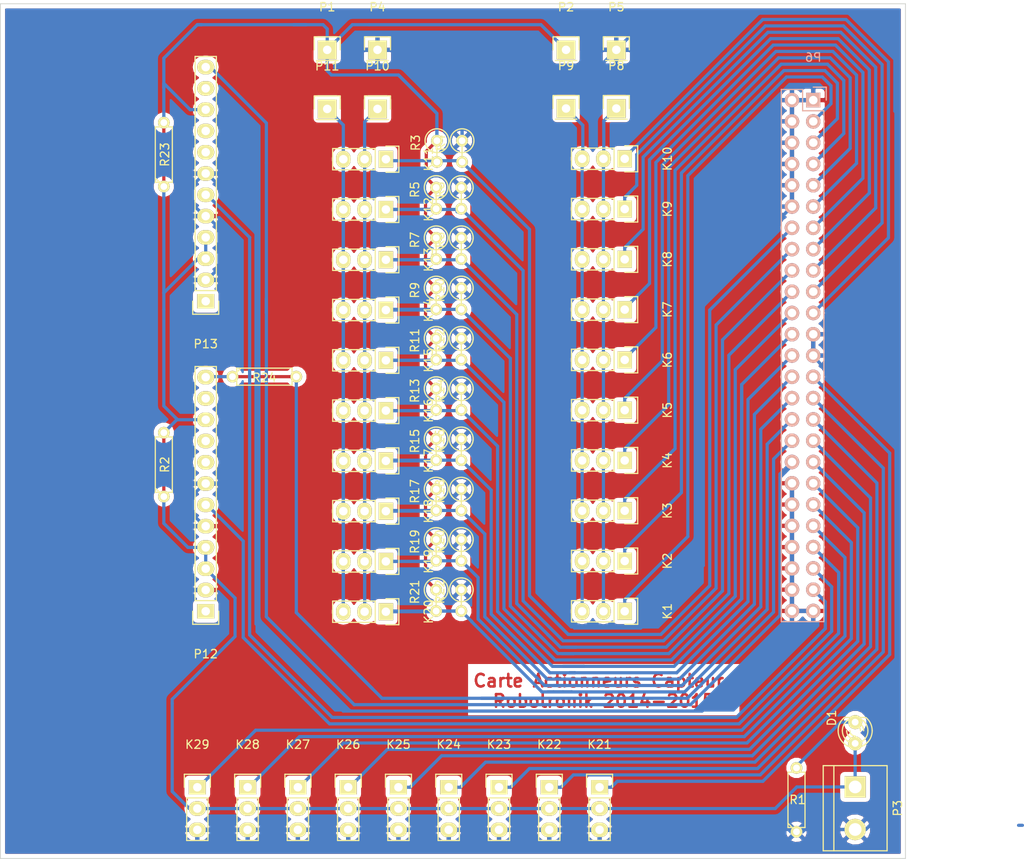
<source format=kicad_pcb>
(kicad_pcb (version 4) (host pcbnew "(2015-03-14 BZR 5512)-product")
  (layers (0 F.Cu signal) (31 B.Cu signal) (34 B.Paste user) (35 F.Paste user) (36 B.SilkS user) (37 F.SilkS user) (38 B.Mask user) (39 F.Mask user) (44 Edge.Cuts user))
  (net 0 "")
  (net 1 "Net-(D1-Pad2)")
  (net 2 ADC1)
  (net 3 PWR_ADC_1)
  (net 4 PWR_ADC_2)
  (net 5 ADC2)
  (net 6 ADC3)
  (net 7 ADC4)
  (net 8 ADC5)
  (net 9 ADC6)
  (net 10 ADC7)
  (net 11 ADC8)
  (net 12 ADC9)
  (net 13 ADC10)
  (net 14 IO1)
  (net 15 PWR_IO_1)
  (net 16 PWR_IO_2)
  (net 17 IO2)
  (net 18 IO3)
  (net 19 IO4)
  (net 20 IO5)
  (net 21 IO6)
  (net 22 IO7)
  (net 23 IO8)
  (net 24 IO9)
  (net 25 IO10)
  (net 26 PWM1)
  (net 27 PWM2)
  (net 28 PWM3)
  (net 29 PWM4)
  (net 30 PWM5)
  (net 31 PWM6)
  (net 32 PWM7)
  (net 33 PWM8)
  (net 34 PWM9)
  (net 35 IO11)
  (net 36 IO12)
  (net 37 PWM10)
  (net 38 PWM11)
  (net 39 "Net-(P12-Pad1)")
  (net 40 "Net-(P12-Pad8)")
  (net 41 "Net-(P12-Pad9)")
  (net 42 "Net-(P12-Pad11)")
  (net 43 "Net-(P13-Pad1)")
  (net 44 "Net-(P13-Pad8)")
  (net 45 "Net-(P13-Pad9)")
  (net 46 "Net-(P13-Pad11)")
  (net 47 PWR_ADC_3)
  (net 48 PWR_IO_4)
  (module LEDs:LED-3MM (layer F.Cu) (at 190.5 126.5 90)
    (fp_text reference D1 (at 1.778 -2.794 90) (layer F.SilkS))
    (fp_text value LED)
    (pad 1 thru_hole circle (at -1.27 0 90) (size 1.6764 1.6764) (drill 0.8128) (layers *.Cu *.Mask F.SilkS) (net 47 PWR_ADC_3))
    (pad 2 thru_hole circle (at 1.27 0 90) (size 1.6764 1.6764) (drill 0.8128) (layers *.Cu *.Mask F.SilkS) (net 1 "Net-(D1-Pad2)"))
  )
  (module Pin_Headers:Pin_Header_Straight_1x03 (layer F.Cu) (at 163 112 270)
    (fp_text reference K1 (at 0 -5.1 270) (layer F.SilkS))
    (fp_text value CONN_3)
    (pad 1 thru_hole rect (at 0 0 270) (size 2.032 1.7272) (drill 1.016) (layers *.Cu *.Mask F.SilkS) (net 2 ADC1))
    (pad 2 thru_hole oval (at 0 2.54 270) (size 2.032 1.7272) (drill 1.016) (layers *.Cu *.Mask F.SilkS) (net 3 PWR_ADC_1))
    (pad 3 thru_hole oval (at 0 5.08 270) (size 2.032 1.7272) (drill 1.016) (layers *.Cu *.Mask F.SilkS) (net 4 PWR_ADC_2))
  )
  (module Pin_Headers:Pin_Header_Straight_1x03 (layer F.Cu) (at 163 106 270)
    (fp_text reference K2 (at 0 -5.1 270) (layer F.SilkS))
    (fp_text value CONN_3)
    (pad 1 thru_hole rect (at 0 0 270) (size 2.032 1.7272) (drill 1.016) (layers *.Cu *.Mask F.SilkS) (net 5 ADC2))
    (pad 2 thru_hole oval (at 0 2.54 270) (size 2.032 1.7272) (drill 1.016) (layers *.Cu *.Mask F.SilkS) (net 3 PWR_ADC_1))
    (pad 3 thru_hole oval (at 0 5.08 270) (size 2.032 1.7272) (drill 1.016) (layers *.Cu *.Mask F.SilkS) (net 4 PWR_ADC_2))
  )
  (module Pin_Headers:Pin_Header_Straight_1x03 (layer F.Cu) (at 163 100 270)
    (fp_text reference K3 (at 0 -5.1 270) (layer F.SilkS))
    (fp_text value CONN_3)
    (pad 1 thru_hole rect (at 0 0 270) (size 2.032 1.7272) (drill 1.016) (layers *.Cu *.Mask F.SilkS) (net 6 ADC3))
    (pad 2 thru_hole oval (at 0 2.54 270) (size 2.032 1.7272) (drill 1.016) (layers *.Cu *.Mask F.SilkS) (net 3 PWR_ADC_1))
    (pad 3 thru_hole oval (at 0 5.08 270) (size 2.032 1.7272) (drill 1.016) (layers *.Cu *.Mask F.SilkS) (net 4 PWR_ADC_2))
  )
  (module Pin_Headers:Pin_Header_Straight_1x03 (layer F.Cu) (at 163 94 270)
    (fp_text reference K4 (at 0 -5.1 270) (layer F.SilkS))
    (fp_text value CONN_3)
    (pad 1 thru_hole rect (at 0 0 270) (size 2.032 1.7272) (drill 1.016) (layers *.Cu *.Mask F.SilkS) (net 7 ADC4))
    (pad 2 thru_hole oval (at 0 2.54 270) (size 2.032 1.7272) (drill 1.016) (layers *.Cu *.Mask F.SilkS) (net 3 PWR_ADC_1))
    (pad 3 thru_hole oval (at 0 5.08 270) (size 2.032 1.7272) (drill 1.016) (layers *.Cu *.Mask F.SilkS) (net 4 PWR_ADC_2))
  )
  (module Pin_Headers:Pin_Header_Straight_1x03 (layer F.Cu) (at 163 88 270)
    (fp_text reference K5 (at 0 -5.1 270) (layer F.SilkS))
    (fp_text value CONN_3)
    (pad 1 thru_hole rect (at 0 0 270) (size 2.032 1.7272) (drill 1.016) (layers *.Cu *.Mask F.SilkS) (net 8 ADC5))
    (pad 2 thru_hole oval (at 0 2.54 270) (size 2.032 1.7272) (drill 1.016) (layers *.Cu *.Mask F.SilkS) (net 3 PWR_ADC_1))
    (pad 3 thru_hole oval (at 0 5.08 270) (size 2.032 1.7272) (drill 1.016) (layers *.Cu *.Mask F.SilkS) (net 4 PWR_ADC_2))
  )
  (module Pin_Headers:Pin_Header_Straight_1x03 (layer F.Cu) (at 163 82 270)
    (fp_text reference K6 (at 0 -5.1 270) (layer F.SilkS))
    (fp_text value CONN_3)
    (pad 1 thru_hole rect (at 0 0 270) (size 2.032 1.7272) (drill 1.016) (layers *.Cu *.Mask F.SilkS) (net 9 ADC6))
    (pad 2 thru_hole oval (at 0 2.54 270) (size 2.032 1.7272) (drill 1.016) (layers *.Cu *.Mask F.SilkS) (net 3 PWR_ADC_1))
    (pad 3 thru_hole oval (at 0 5.08 270) (size 2.032 1.7272) (drill 1.016) (layers *.Cu *.Mask F.SilkS) (net 4 PWR_ADC_2))
  )
  (module Pin_Headers:Pin_Header_Straight_1x03 (layer F.Cu) (at 163 76 270)
    (fp_text reference K7 (at 0 -5.1 270) (layer F.SilkS))
    (fp_text value CONN_3)
    (pad 1 thru_hole rect (at 0 0 270) (size 2.032 1.7272) (drill 1.016) (layers *.Cu *.Mask F.SilkS) (net 10 ADC7))
    (pad 2 thru_hole oval (at 0 2.54 270) (size 2.032 1.7272) (drill 1.016) (layers *.Cu *.Mask F.SilkS) (net 3 PWR_ADC_1))
    (pad 3 thru_hole oval (at 0 5.08 270) (size 2.032 1.7272) (drill 1.016) (layers *.Cu *.Mask F.SilkS) (net 4 PWR_ADC_2))
  )
  (module Pin_Headers:Pin_Header_Straight_1x03 (layer F.Cu) (at 163 70 270)
    (fp_text reference K8 (at 0 -5.1 270) (layer F.SilkS))
    (fp_text value CONN_3)
    (pad 1 thru_hole rect (at 0 0 270) (size 2.032 1.7272) (drill 1.016) (layers *.Cu *.Mask F.SilkS) (net 11 ADC8))
    (pad 2 thru_hole oval (at 0 2.54 270) (size 2.032 1.7272) (drill 1.016) (layers *.Cu *.Mask F.SilkS) (net 3 PWR_ADC_1))
    (pad 3 thru_hole oval (at 0 5.08 270) (size 2.032 1.7272) (drill 1.016) (layers *.Cu *.Mask F.SilkS) (net 4 PWR_ADC_2))
  )
  (module Pin_Headers:Pin_Header_Straight_1x03 (layer F.Cu) (at 163 64 270)
    (fp_text reference K9 (at 0 -5.1 270) (layer F.SilkS))
    (fp_text value CONN_3)
    (pad 1 thru_hole rect (at 0 0 270) (size 2.032 1.7272) (drill 1.016) (layers *.Cu *.Mask F.SilkS) (net 12 ADC9))
    (pad 2 thru_hole oval (at 0 2.54 270) (size 2.032 1.7272) (drill 1.016) (layers *.Cu *.Mask F.SilkS) (net 3 PWR_ADC_1))
    (pad 3 thru_hole oval (at 0 5.08 270) (size 2.032 1.7272) (drill 1.016) (layers *.Cu *.Mask F.SilkS) (net 4 PWR_ADC_2))
  )
  (module Pin_Headers:Pin_Header_Straight_1x03 (layer F.Cu) (at 163 58 270)
    (fp_text reference K10 (at 0 -5.1 270) (layer F.SilkS))
    (fp_text value CONN_3)
    (pad 1 thru_hole rect (at 0 0 270) (size 2.032 1.7272) (drill 1.016) (layers *.Cu *.Mask F.SilkS) (net 13 ADC10))
    (pad 2 thru_hole oval (at 0 2.54 270) (size 2.032 1.7272) (drill 1.016) (layers *.Cu *.Mask F.SilkS) (net 3 PWR_ADC_1))
    (pad 3 thru_hole oval (at 0 5.08 270) (size 2.032 1.7272) (drill 1.016) (layers *.Cu *.Mask F.SilkS) (net 4 PWR_ADC_2))
  )
  (module Pin_Headers:Pin_Header_Straight_1x03 (layer F.Cu) (at 134.5 58.05 270)
    (fp_text reference K11 (at 0 -5.1 270) (layer F.SilkS))
    (fp_text value CONN_3)
    (pad 1 thru_hole rect (at 0 0 270) (size 2.032 1.7272) (drill 1.016) (layers *.Cu *.Mask F.SilkS) (net 14 IO1))
    (pad 2 thru_hole oval (at 0 2.54 270) (size 2.032 1.7272) (drill 1.016) (layers *.Cu *.Mask F.SilkS) (net 15 PWR_IO_1))
    (pad 3 thru_hole oval (at 0 5.08 270) (size 2.032 1.7272) (drill 1.016) (layers *.Cu *.Mask F.SilkS) (net 16 PWR_IO_2))
  )
  (module Pin_Headers:Pin_Header_Straight_1x03 (layer F.Cu) (at 134.5 64.05 270)
    (fp_text reference K12 (at 0 -5.1 270) (layer F.SilkS))
    (fp_text value CONN_3)
    (pad 1 thru_hole rect (at 0 0 270) (size 2.032 1.7272) (drill 1.016) (layers *.Cu *.Mask F.SilkS) (net 17 IO2))
    (pad 2 thru_hole oval (at 0 2.54 270) (size 2.032 1.7272) (drill 1.016) (layers *.Cu *.Mask F.SilkS) (net 15 PWR_IO_1))
    (pad 3 thru_hole oval (at 0 5.08 270) (size 2.032 1.7272) (drill 1.016) (layers *.Cu *.Mask F.SilkS) (net 16 PWR_IO_2))
  )
  (module Pin_Headers:Pin_Header_Straight_1x03 (layer F.Cu) (at 134.5 70.05 270)
    (fp_text reference K13 (at 0 -5.1 270) (layer F.SilkS))
    (fp_text value CONN_3)
    (pad 1 thru_hole rect (at 0 0 270) (size 2.032 1.7272) (drill 1.016) (layers *.Cu *.Mask F.SilkS) (net 18 IO3))
    (pad 2 thru_hole oval (at 0 2.54 270) (size 2.032 1.7272) (drill 1.016) (layers *.Cu *.Mask F.SilkS) (net 15 PWR_IO_1))
    (pad 3 thru_hole oval (at 0 5.08 270) (size 2.032 1.7272) (drill 1.016) (layers *.Cu *.Mask F.SilkS) (net 16 PWR_IO_2))
  )
  (module Pin_Headers:Pin_Header_Straight_1x03 (layer F.Cu) (at 134.5 76.05 270)
    (fp_text reference K14 (at 0 -5.1 270) (layer F.SilkS))
    (fp_text value CONN_3)
    (pad 1 thru_hole rect (at 0 0 270) (size 2.032 1.7272) (drill 1.016) (layers *.Cu *.Mask F.SilkS) (net 19 IO4))
    (pad 2 thru_hole oval (at 0 2.54 270) (size 2.032 1.7272) (drill 1.016) (layers *.Cu *.Mask F.SilkS) (net 15 PWR_IO_1))
    (pad 3 thru_hole oval (at 0 5.08 270) (size 2.032 1.7272) (drill 1.016) (layers *.Cu *.Mask F.SilkS) (net 16 PWR_IO_2))
  )
  (module Pin_Headers:Pin_Header_Straight_1x03 (layer F.Cu) (at 134.5 82.05 270)
    (fp_text reference K15 (at 0 -5.1 270) (layer F.SilkS))
    (fp_text value CONN_3)
    (pad 1 thru_hole rect (at 0 0 270) (size 2.032 1.7272) (drill 1.016) (layers *.Cu *.Mask F.SilkS) (net 20 IO5))
    (pad 2 thru_hole oval (at 0 2.54 270) (size 2.032 1.7272) (drill 1.016) (layers *.Cu *.Mask F.SilkS) (net 15 PWR_IO_1))
    (pad 3 thru_hole oval (at 0 5.08 270) (size 2.032 1.7272) (drill 1.016) (layers *.Cu *.Mask F.SilkS) (net 16 PWR_IO_2))
  )
  (module Pin_Headers:Pin_Header_Straight_1x03 (layer F.Cu) (at 134.5 88.05 270)
    (fp_text reference K16 (at 0 -5.1 270) (layer F.SilkS))
    (fp_text value CONN_3)
    (pad 1 thru_hole rect (at 0 0 270) (size 2.032 1.7272) (drill 1.016) (layers *.Cu *.Mask F.SilkS) (net 21 IO6))
    (pad 2 thru_hole oval (at 0 2.54 270) (size 2.032 1.7272) (drill 1.016) (layers *.Cu *.Mask F.SilkS) (net 15 PWR_IO_1))
    (pad 3 thru_hole oval (at 0 5.08 270) (size 2.032 1.7272) (drill 1.016) (layers *.Cu *.Mask F.SilkS) (net 16 PWR_IO_2))
  )
  (module Pin_Headers:Pin_Header_Straight_1x03 (layer F.Cu) (at 134.5 94.05 270)
    (fp_text reference K17 (at 0 -5.1 270) (layer F.SilkS))
    (fp_text value CONN_3)
    (pad 1 thru_hole rect (at 0 0 270) (size 2.032 1.7272) (drill 1.016) (layers *.Cu *.Mask F.SilkS) (net 22 IO7))
    (pad 2 thru_hole oval (at 0 2.54 270) (size 2.032 1.7272) (drill 1.016) (layers *.Cu *.Mask F.SilkS) (net 15 PWR_IO_1))
    (pad 3 thru_hole oval (at 0 5.08 270) (size 2.032 1.7272) (drill 1.016) (layers *.Cu *.Mask F.SilkS) (net 16 PWR_IO_2))
  )
  (module Pin_Headers:Pin_Header_Straight_1x03 (layer F.Cu) (at 134.5 100.05 270)
    (fp_text reference K18 (at 0 -5.1 270) (layer F.SilkS))
    (fp_text value CONN_3)
    (pad 1 thru_hole rect (at 0 0 270) (size 2.032 1.7272) (drill 1.016) (layers *.Cu *.Mask F.SilkS) (net 23 IO8))
    (pad 2 thru_hole oval (at 0 2.54 270) (size 2.032 1.7272) (drill 1.016) (layers *.Cu *.Mask F.SilkS) (net 15 PWR_IO_1))
    (pad 3 thru_hole oval (at 0 5.08 270) (size 2.032 1.7272) (drill 1.016) (layers *.Cu *.Mask F.SilkS) (net 16 PWR_IO_2))
  )
  (module Pin_Headers:Pin_Header_Straight_1x03 (layer F.Cu) (at 134.5 106.05 270)
    (fp_text reference K19 (at 0 -5.1 270) (layer F.SilkS))
    (fp_text value CONN_3)
    (pad 1 thru_hole rect (at 0 0 270) (size 2.032 1.7272) (drill 1.016) (layers *.Cu *.Mask F.SilkS) (net 24 IO9))
    (pad 2 thru_hole oval (at 0 2.54 270) (size 2.032 1.7272) (drill 1.016) (layers *.Cu *.Mask F.SilkS) (net 15 PWR_IO_1))
    (pad 3 thru_hole oval (at 0 5.08 270) (size 2.032 1.7272) (drill 1.016) (layers *.Cu *.Mask F.SilkS) (net 16 PWR_IO_2))
  )
  (module Pin_Headers:Pin_Header_Straight_1x03 (layer F.Cu) (at 134.5 112.05 270)
    (fp_text reference K20 (at 0 -5.1 270) (layer F.SilkS))
    (fp_text value CONN_3)
    (pad 1 thru_hole rect (at 0 0 270) (size 2.032 1.7272) (drill 1.016) (layers *.Cu *.Mask F.SilkS) (net 25 IO10))
    (pad 2 thru_hole oval (at 0 2.54 270) (size 2.032 1.7272) (drill 1.016) (layers *.Cu *.Mask F.SilkS) (net 15 PWR_IO_1))
    (pad 3 thru_hole oval (at 0 5.08 270) (size 2.032 1.7272) (drill 1.016) (layers *.Cu *.Mask F.SilkS) (net 16 PWR_IO_2))
  )
  (module Pin_Headers:Pin_Header_Straight_1x03 (layer F.Cu) (at 160 133)
    (fp_text reference K21 (at 0 -5.1) (layer F.SilkS))
    (fp_text value CONN_3)
    (pad 1 thru_hole rect (at 0 0) (size 2.032 1.7272) (drill 1.016) (layers *.Cu *.Mask F.SilkS) (net 26 PWM1))
    (pad 2 thru_hole oval (at 0 2.54) (size 2.032 1.7272) (drill 1.016) (layers *.Cu *.Mask F.SilkS) (net 47 PWR_ADC_3))
    (pad 3 thru_hole oval (at 0 5.08) (size 2.032 1.7272) (drill 1.016) (layers *.Cu *.Mask F.SilkS) (net 48 PWR_IO_4))
  )
  (module Pin_Headers:Pin_Header_Straight_1x03 (layer F.Cu) (at 154 133)
    (fp_text reference K22 (at 0 -5.1) (layer F.SilkS))
    (fp_text value CONN_3)
    (pad 1 thru_hole rect (at 0 0) (size 2.032 1.7272) (drill 1.016) (layers *.Cu *.Mask F.SilkS) (net 27 PWM2))
    (pad 2 thru_hole oval (at 0 2.54) (size 2.032 1.7272) (drill 1.016) (layers *.Cu *.Mask F.SilkS) (net 47 PWR_ADC_3))
    (pad 3 thru_hole oval (at 0 5.08) (size 2.032 1.7272) (drill 1.016) (layers *.Cu *.Mask F.SilkS) (net 48 PWR_IO_4))
  )
  (module Pin_Headers:Pin_Header_Straight_1x03 (layer F.Cu) (at 148 133)
    (fp_text reference K23 (at 0 -5.1) (layer F.SilkS))
    (fp_text value CONN_3)
    (pad 1 thru_hole rect (at 0 0) (size 2.032 1.7272) (drill 1.016) (layers *.Cu *.Mask F.SilkS) (net 28 PWM3))
    (pad 2 thru_hole oval (at 0 2.54) (size 2.032 1.7272) (drill 1.016) (layers *.Cu *.Mask F.SilkS) (net 47 PWR_ADC_3))
    (pad 3 thru_hole oval (at 0 5.08) (size 2.032 1.7272) (drill 1.016) (layers *.Cu *.Mask F.SilkS) (net 48 PWR_IO_4))
  )
  (module Pin_Headers:Pin_Header_Straight_1x03 (layer F.Cu) (at 142 133)
    (fp_text reference K24 (at 0 -5.1) (layer F.SilkS))
    (fp_text value CONN_3)
    (pad 1 thru_hole rect (at 0 0) (size 2.032 1.7272) (drill 1.016) (layers *.Cu *.Mask F.SilkS) (net 29 PWM4))
    (pad 2 thru_hole oval (at 0 2.54) (size 2.032 1.7272) (drill 1.016) (layers *.Cu *.Mask F.SilkS) (net 47 PWR_ADC_3))
    (pad 3 thru_hole oval (at 0 5.08) (size 2.032 1.7272) (drill 1.016) (layers *.Cu *.Mask F.SilkS) (net 48 PWR_IO_4))
  )
  (module Pin_Headers:Pin_Header_Straight_1x03 (layer F.Cu) (at 136 133)
    (fp_text reference K25 (at 0 -5.1) (layer F.SilkS))
    (fp_text value CONN_3)
    (pad 1 thru_hole rect (at 0 0) (size 2.032 1.7272) (drill 1.016) (layers *.Cu *.Mask F.SilkS) (net 30 PWM5))
    (pad 2 thru_hole oval (at 0 2.54) (size 2.032 1.7272) (drill 1.016) (layers *.Cu *.Mask F.SilkS) (net 47 PWR_ADC_3))
    (pad 3 thru_hole oval (at 0 5.08) (size 2.032 1.7272) (drill 1.016) (layers *.Cu *.Mask F.SilkS) (net 48 PWR_IO_4))
  )
  (module Pin_Headers:Pin_Header_Straight_1x03 (layer F.Cu) (at 130 133)
    (fp_text reference K26 (at 0 -5.1) (layer F.SilkS))
    (fp_text value CONN_3)
    (pad 1 thru_hole rect (at 0 0) (size 2.032 1.7272) (drill 1.016) (layers *.Cu *.Mask F.SilkS) (net 31 PWM6))
    (pad 2 thru_hole oval (at 0 2.54) (size 2.032 1.7272) (drill 1.016) (layers *.Cu *.Mask F.SilkS) (net 47 PWR_ADC_3))
    (pad 3 thru_hole oval (at 0 5.08) (size 2.032 1.7272) (drill 1.016) (layers *.Cu *.Mask F.SilkS) (net 48 PWR_IO_4))
  )
  (module Pin_Headers:Pin_Header_Straight_1x03 (layer F.Cu) (at 124 133)
    (fp_text reference K27 (at 0 -5.1) (layer F.SilkS))
    (fp_text value CONN_3)
    (pad 1 thru_hole rect (at 0 0) (size 2.032 1.7272) (drill 1.016) (layers *.Cu *.Mask F.SilkS) (net 32 PWM7))
    (pad 2 thru_hole oval (at 0 2.54) (size 2.032 1.7272) (drill 1.016) (layers *.Cu *.Mask F.SilkS) (net 47 PWR_ADC_3))
    (pad 3 thru_hole oval (at 0 5.08) (size 2.032 1.7272) (drill 1.016) (layers *.Cu *.Mask F.SilkS) (net 48 PWR_IO_4))
  )
  (module Pin_Headers:Pin_Header_Straight_1x03 (layer F.Cu) (at 118 133)
    (fp_text reference K28 (at 0 -5.1) (layer F.SilkS))
    (fp_text value CONN_3)
    (pad 1 thru_hole rect (at 0 0) (size 2.032 1.7272) (drill 1.016) (layers *.Cu *.Mask F.SilkS) (net 33 PWM8))
    (pad 2 thru_hole oval (at 0 2.54) (size 2.032 1.7272) (drill 1.016) (layers *.Cu *.Mask F.SilkS) (net 47 PWR_ADC_3))
    (pad 3 thru_hole oval (at 0 5.08) (size 2.032 1.7272) (drill 1.016) (layers *.Cu *.Mask F.SilkS) (net 48 PWR_IO_4))
  )
  (module Pin_Headers:Pin_Header_Straight_1x03 (layer F.Cu) (at 112 133)
    (fp_text reference K29 (at 0 -5.1) (layer F.SilkS))
    (fp_text value CONN_3)
    (pad 1 thru_hole rect (at 0 0) (size 2.032 1.7272) (drill 1.016) (layers *.Cu *.Mask F.SilkS) (net 34 PWM9))
    (pad 2 thru_hole oval (at 0 2.54) (size 2.032 1.7272) (drill 1.016) (layers *.Cu *.Mask F.SilkS) (net 47 PWR_ADC_3))
    (pad 3 thru_hole oval (at 0 5.08) (size 2.032 1.7272) (drill 1.016) (layers *.Cu *.Mask F.SilkS) (net 48 PWR_IO_4))
  )
  (module Pin_Headers:Pin_Header_Straight_1x01 (layer F.Cu) (at 127.5 45)
    (fp_text reference P1 (at 0 -5.1) (layer F.SilkS))
    (fp_text value CONN_1)
    (pad 1 thru_hole rect (at 0 0) (size 2.2352 2.2352) (drill 1.016) (layers *.Cu *.Mask F.SilkS) (net 47 PWR_ADC_3))
  )
  (module Pin_Headers:Pin_Header_Straight_1x01 (layer F.Cu) (at 156 45)
    (fp_text reference P2 (at 0 -5.1) (layer F.SilkS))
    (fp_text value CONN_1)
    (pad 1 thru_hole rect (at 0 0) (size 2.2352 2.2352) (drill 1.016) (layers *.Cu *.Mask F.SilkS) (net 47 PWR_ADC_3))
  )
  (module Connect:bornier2 (layer F.Cu) (at 190.5 135.5 270)
    (fp_text reference P3 (at 0 -5.08 270) (layer F.SilkS))
    (fp_text value CONN_2)
    (pad 1 thru_hole rect (at -2.54 0 270) (size 2.54 2.54) (drill 1.524) (layers *.Cu *.Mask F.SilkS) (net 47 PWR_ADC_3))
    (pad 2 thru_hole circle (at 2.54 0 270) (size 2.54 2.54) (drill 1.524) (layers *.Cu *.Mask F.SilkS) (net 48 PWR_IO_4))
  )
  (module Pin_Headers:Pin_Header_Straight_1x01 (layer F.Cu) (at 133.5 45)
    (fp_text reference P4 (at 0 -5.1) (layer F.SilkS))
    (fp_text value CONN_1)
    (pad 1 thru_hole rect (at 0 0) (size 2.2352 2.2352) (drill 1.016) (layers *.Cu *.Mask F.SilkS) (net 48 PWR_IO_4))
  )
  (module Pin_Headers:Pin_Header_Straight_1x01 (layer F.Cu) (at 162 45)
    (fp_text reference P5 (at 0 -5.1) (layer F.SilkS))
    (fp_text value CONN_1)
    (pad 1 thru_hole rect (at 0 0) (size 2.2352 2.2352) (drill 1.016) (layers *.Cu *.Mask F.SilkS) (net 48 PWR_IO_4))
  )
  (module Pin_Headers:Pin_Header_Straight_2x25 (layer B.Cu) (at 185.5 51 180)
    (fp_text reference P6 (at 0 5.1 180) (layer B.SilkS) (effects (justify mirror)))
    (fp_text value CONN_25X2)
    (pad 1 thru_hole rect (at 0 0 180) (size 1.7272 1.7272) (drill 1.016) (layers *.Cu *.Mask B.SilkS) (net 48 PWR_IO_4))
    (pad 2 thru_hole oval (at 2.54 0 180) (size 1.7272 1.7272) (drill 1.016) (layers *.Cu *.Mask B.SilkS) (net 48 PWR_IO_4))
    (pad 3 thru_hole oval (at 0 -2.54 180) (size 1.7272 1.7272) (drill 1.016) (layers *.Cu *.Mask B.SilkS) (net 2 ADC1))
    (pad 4 thru_hole oval (at 2.54 -2.54 180) (size 1.7272 1.7272) (drill 1.016) (layers *.Cu *.Mask B.SilkS) (net 48 PWR_IO_4))
    (pad 5 thru_hole oval (at 0 -5.08 180) (size 1.7272 1.7272) (drill 1.016) (layers *.Cu *.Mask B.SilkS) (net 5 ADC2))
    (pad 6 thru_hole oval (at 2.54 -5.08 180) (size 1.7272 1.7272) (drill 1.016) (layers *.Cu *.Mask B.SilkS) (net 48 PWR_IO_4))
    (pad 7 thru_hole oval (at 0 -7.62 180) (size 1.7272 1.7272) (drill 1.016) (layers *.Cu *.Mask B.SilkS) (net 6 ADC3))
    (pad 8 thru_hole oval (at 2.54 -7.62 180) (size 1.7272 1.7272) (drill 1.016) (layers *.Cu *.Mask B.SilkS) (net 48 PWR_IO_4))
    (pad 9 thru_hole oval (at 0 -10.16 180) (size 1.7272 1.7272) (drill 1.016) (layers *.Cu *.Mask B.SilkS) (net 7 ADC4))
    (pad 10 thru_hole oval (at 2.54 -10.16 180) (size 1.7272 1.7272) (drill 1.016) (layers *.Cu *.Mask B.SilkS) (net 48 PWR_IO_4))
    (pad 11 thru_hole oval (at 0 -12.7 180) (size 1.7272 1.7272) (drill 1.016) (layers *.Cu *.Mask B.SilkS) (net 8 ADC5))
    (pad 12 thru_hole oval (at 2.54 -12.7 180) (size 1.7272 1.7272) (drill 1.016) (layers *.Cu *.Mask B.SilkS) (net 48 PWR_IO_4))
    (pad 13 thru_hole oval (at 0 -15.24 180) (size 1.7272 1.7272) (drill 1.016) (layers *.Cu *.Mask B.SilkS) (net 9 ADC6))
    (pad 14 thru_hole oval (at 2.54 -15.24 180) (size 1.7272 1.7272) (drill 1.016) (layers *.Cu *.Mask B.SilkS) (net 14 IO1))
    (pad 15 thru_hole oval (at 0 -17.78 180) (size 1.7272 1.7272) (drill 1.016) (layers *.Cu *.Mask B.SilkS) (net 10 ADC7))
    (pad 16 thru_hole oval (at 2.54 -17.78 180) (size 1.7272 1.7272) (drill 1.016) (layers *.Cu *.Mask B.SilkS) (net 17 IO2))
    (pad 17 thru_hole oval (at 0 -20.32 180) (size 1.7272 1.7272) (drill 1.016) (layers *.Cu *.Mask B.SilkS) (net 11 ADC8))
    (pad 18 thru_hole oval (at 2.54 -20.32 180) (size 1.7272 1.7272) (drill 1.016) (layers *.Cu *.Mask B.SilkS) (net 18 IO3))
    (pad 19 thru_hole oval (at 0 -22.86 180) (size 1.7272 1.7272) (drill 1.016) (layers *.Cu *.Mask B.SilkS) (net 12 ADC9))
    (pad 20 thru_hole oval (at 2.54 -22.86 180) (size 1.7272 1.7272) (drill 1.016) (layers *.Cu *.Mask B.SilkS) (net 19 IO4))
    (pad 21 thru_hole oval (at 0 -25.4 180) (size 1.7272 1.7272) (drill 1.016) (layers *.Cu *.Mask B.SilkS) (net 13 ADC10))
    (pad 22 thru_hole oval (at 2.54 -25.4 180) (size 1.7272 1.7272) (drill 1.016) (layers *.Cu *.Mask B.SilkS) (net 20 IO5))
    (pad 23 thru_hole oval (at 0 -27.94 180) (size 1.7272 1.7272) (drill 1.016) (layers *.Cu *.Mask B.SilkS) (net 48 PWR_IO_4))
    (pad 24 thru_hole oval (at 2.54 -27.94 180) (size 1.7272 1.7272) (drill 1.016) (layers *.Cu *.Mask B.SilkS) (net 21 IO6))
    (pad 25 thru_hole oval (at 0 -30.48 180) (size 1.7272 1.7272) (drill 1.016) (layers *.Cu *.Mask B.SilkS) (net 48 PWR_IO_4))
    (pad 26 thru_hole oval (at 2.54 -30.48 180) (size 1.7272 1.7272) (drill 1.016) (layers *.Cu *.Mask B.SilkS) (net 22 IO7))
    (pad 27 thru_hole oval (at 0 -33.02 180) (size 1.7272 1.7272) (drill 1.016) (layers *.Cu *.Mask B.SilkS) (net 26 PWM1))
    (pad 28 thru_hole oval (at 2.54 -33.02 180) (size 1.7272 1.7272) (drill 1.016) (layers *.Cu *.Mask B.SilkS) (net 23 IO8))
    (pad 29 thru_hole oval (at 0 -35.56 180) (size 1.7272 1.7272) (drill 1.016) (layers *.Cu *.Mask B.SilkS) (net 27 PWM2))
    (pad 30 thru_hole oval (at 2.54 -35.56 180) (size 1.7272 1.7272) (drill 1.016) (layers *.Cu *.Mask B.SilkS) (net 24 IO9))
    (pad 31 thru_hole oval (at 0 -38.1 180) (size 1.7272 1.7272) (drill 1.016) (layers *.Cu *.Mask B.SilkS) (net 28 PWM3))
    (pad 32 thru_hole oval (at 2.54 -38.1 180) (size 1.7272 1.7272) (drill 1.016) (layers *.Cu *.Mask B.SilkS) (net 25 IO10))
    (pad 33 thru_hole oval (at 0 -40.64 180) (size 1.7272 1.7272) (drill 1.016) (layers *.Cu *.Mask B.SilkS) (net 29 PWM4))
    (pad 34 thru_hole oval (at 2.54 -40.64 180) (size 1.7272 1.7272) (drill 1.016) (layers *.Cu *.Mask B.SilkS) (net 35 IO11))
    (pad 35 thru_hole oval (at 0 -43.18 180) (size 1.7272 1.7272) (drill 1.016) (layers *.Cu *.Mask B.SilkS) (net 30 PWM5))
    (pad 36 thru_hole oval (at 2.54 -43.18 180) (size 1.7272 1.7272) (drill 1.016) (layers *.Cu *.Mask B.SilkS) (net 36 IO12))
    (pad 37 thru_hole oval (at 0 -45.72 180) (size 1.7272 1.7272) (drill 1.016) (layers *.Cu *.Mask B.SilkS) (net 31 PWM6))
    (pad 38 thru_hole oval (at 2.54 -45.72 180) (size 1.7272 1.7272) (drill 1.016) (layers *.Cu *.Mask B.SilkS) (net 48 PWR_IO_4))
    (pad 39 thru_hole oval (at 0 -48.26 180) (size 1.7272 1.7272) (drill 1.016) (layers *.Cu *.Mask B.SilkS) (net 32 PWM7))
    (pad 40 thru_hole oval (at 2.54 -48.26 180) (size 1.7272 1.7272) (drill 1.016) (layers *.Cu *.Mask B.SilkS) (net 48 PWR_IO_4))
    (pad 41 thru_hole oval (at 0 -50.8 180) (size 1.7272 1.7272) (drill 1.016) (layers *.Cu *.Mask B.SilkS) (net 33 PWM8))
    (pad 42 thru_hole oval (at 2.54 -50.8 180) (size 1.7272 1.7272) (drill 1.016) (layers *.Cu *.Mask B.SilkS) (net 48 PWR_IO_4))
    (pad 43 thru_hole oval (at 0 -53.34 180) (size 1.7272 1.7272) (drill 1.016) (layers *.Cu *.Mask B.SilkS) (net 34 PWM9))
    (pad 44 thru_hole oval (at 2.54 -53.34 180) (size 1.7272 1.7272) (drill 1.016) (layers *.Cu *.Mask B.SilkS) (net 48 PWR_IO_4))
    (pad 45 thru_hole oval (at 0 -55.88 180) (size 1.7272 1.7272) (drill 1.016) (layers *.Cu *.Mask B.SilkS) (net 37 PWM10))
    (pad 46 thru_hole oval (at 2.54 -55.88 180) (size 1.7272 1.7272) (drill 1.016) (layers *.Cu *.Mask B.SilkS) (net 48 PWR_IO_4))
    (pad 47 thru_hole oval (at 0 -58.42 180) (size 1.7272 1.7272) (drill 1.016) (layers *.Cu *.Mask B.SilkS) (net 38 PWM11))
    (pad 48 thru_hole oval (at 2.54 -58.42 180) (size 1.7272 1.7272) (drill 1.016) (layers *.Cu *.Mask B.SilkS) (net 48 PWR_IO_4))
    (pad 49 thru_hole oval (at 0 -60.96 180) (size 1.7272 1.7272) (drill 1.016) (layers *.Cu *.Mask B.SilkS) (net 48 PWR_IO_4))
    (pad 50 thru_hole oval (at 2.54 -60.96 180) (size 1.7272 1.7272) (drill 1.016) (layers *.Cu *.Mask B.SilkS) (net 48 PWR_IO_4))
  )
  (module Pin_Headers:Pin_Header_Straight_1x01 (layer F.Cu) (at 162 52)
    (fp_text reference P8 (at 0 -5.1) (layer F.SilkS))
    (fp_text value CONN_1)
    (pad 1 thru_hole rect (at 0 0) (size 2.2352 2.2352) (drill 1.016) (layers *.Cu *.Mask F.SilkS) (net 3 PWR_ADC_1))
  )
  (module Pin_Headers:Pin_Header_Straight_1x01 (layer F.Cu) (at 156 52)
    (fp_text reference P9 (at 0 -5.1) (layer F.SilkS))
    (fp_text value CONN_1)
    (pad 1 thru_hole rect (at 0 0) (size 2.2352 2.2352) (drill 1.016) (layers *.Cu *.Mask F.SilkS) (net 4 PWR_ADC_2))
  )
  (module Pin_Headers:Pin_Header_Straight_1x01 (layer F.Cu) (at 133.5 52.05)
    (fp_text reference P10 (at 0 -5.1) (layer F.SilkS))
    (fp_text value CONN_1)
    (pad 1 thru_hole rect (at 0 0) (size 2.2352 2.2352) (drill 1.016) (layers *.Cu *.Mask F.SilkS) (net 15 PWR_IO_1))
  )
  (module Pin_Headers:Pin_Header_Straight_1x01 (layer F.Cu) (at 127.5 52.05)
    (fp_text reference P11 (at 0 -5.1) (layer F.SilkS))
    (fp_text value CONN_1)
    (pad 1 thru_hole rect (at 0 0) (size 2.2352 2.2352) (drill 1.016) (layers *.Cu *.Mask F.SilkS) (net 16 PWR_IO_2))
  )
  (module Pin_Headers:Pin_Header_Straight_1x12 (layer F.Cu) (at 113 112 180)
    (fp_text reference P12 (at 0 -5.1 180) (layer F.SilkS))
    (fp_text value CONN_12)
    (pad 1 thru_hole rect (at 0 0 180) (size 2.032 1.7272) (drill 1.016) (layers *.Cu *.Mask F.SilkS) (net 39 "Net-(P12-Pad1)"))
    (pad 2 thru_hole oval (at 0 2.54 180) (size 2.032 1.7272) (drill 1.016) (layers *.Cu *.Mask F.SilkS) (net 48 PWR_IO_4))
    (pad 3 thru_hole oval (at 0 5.08 180) (size 2.032 1.7272) (drill 1.016) (layers *.Cu *.Mask F.SilkS) (net 47 PWR_ADC_3))
    (pad 4 thru_hole oval (at 0 7.62 180) (size 2.032 1.7272) (drill 1.016) (layers *.Cu *.Mask F.SilkS) (net 47 PWR_ADC_3))
    (pad 5 thru_hole oval (at 0 10.16 180) (size 2.032 1.7272) (drill 1.016) (layers *.Cu *.Mask F.SilkS) (net 48 PWR_IO_4))
    (pad 6 thru_hole oval (at 0 12.7 180) (size 2.032 1.7272) (drill 1.016) (layers *.Cu *.Mask F.SilkS) (net 37 PWM10))
    (pad 7 thru_hole oval (at 0 15.24 180) (size 2.032 1.7272) (drill 1.016) (layers *.Cu *.Mask F.SilkS) (net 48 PWR_IO_4))
    (pad 8 thru_hole oval (at 0 17.78 180) (size 2.032 1.7272) (drill 1.016) (layers *.Cu *.Mask F.SilkS) (net 40 "Net-(P12-Pad8)"))
    (pad 9 thru_hole oval (at 0 20.32 180) (size 2.032 1.7272) (drill 1.016) (layers *.Cu *.Mask F.SilkS) (net 41 "Net-(P12-Pad9)"))
    (pad 10 thru_hole oval (at 0 22.86 180) (size 2.032 1.7272) (drill 1.016) (layers *.Cu *.Mask F.SilkS) (net 47 PWR_ADC_3))
    (pad 11 thru_hole oval (at 0 25.4 180) (size 2.032 1.7272) (drill 1.016) (layers *.Cu *.Mask F.SilkS) (net 42 "Net-(P12-Pad11)"))
    (pad 12 thru_hole oval (at 0 27.94 180) (size 2.032 1.7272) (drill 1.016) (layers *.Cu *.Mask F.SilkS) (net 35 IO11))
  )
  (module Pin_Headers:Pin_Header_Straight_1x12 (layer F.Cu) (at 113 75 180)
    (fp_text reference P13 (at 0 -5.1 180) (layer F.SilkS))
    (fp_text value CONN_12)
    (pad 1 thru_hole rect (at 0 0 180) (size 2.032 1.7272) (drill 1.016) (layers *.Cu *.Mask F.SilkS) (net 43 "Net-(P13-Pad1)"))
    (pad 2 thru_hole oval (at 0 2.54 180) (size 2.032 1.7272) (drill 1.016) (layers *.Cu *.Mask F.SilkS) (net 48 PWR_IO_4))
    (pad 3 thru_hole oval (at 0 5.08 180) (size 2.032 1.7272) (drill 1.016) (layers *.Cu *.Mask F.SilkS) (net 47 PWR_ADC_3))
    (pad 4 thru_hole oval (at 0 7.62 180) (size 2.032 1.7272) (drill 1.016) (layers *.Cu *.Mask F.SilkS) (net 47 PWR_ADC_3))
    (pad 5 thru_hole oval (at 0 10.16 180) (size 2.032 1.7272) (drill 1.016) (layers *.Cu *.Mask F.SilkS) (net 48 PWR_IO_4))
    (pad 6 thru_hole oval (at 0 12.7 180) (size 2.032 1.7272) (drill 1.016) (layers *.Cu *.Mask F.SilkS) (net 38 PWM11))
    (pad 7 thru_hole oval (at 0 15.24 180) (size 2.032 1.7272) (drill 1.016) (layers *.Cu *.Mask F.SilkS) (net 48 PWR_IO_4))
    (pad 8 thru_hole oval (at 0 17.78 180) (size 2.032 1.7272) (drill 1.016) (layers *.Cu *.Mask F.SilkS) (net 44 "Net-(P13-Pad8)"))
    (pad 9 thru_hole oval (at 0 20.32 180) (size 2.032 1.7272) (drill 1.016) (layers *.Cu *.Mask F.SilkS) (net 45 "Net-(P13-Pad9)"))
    (pad 10 thru_hole oval (at 0 22.86 180) (size 2.032 1.7272) (drill 1.016) (layers *.Cu *.Mask F.SilkS) (net 47 PWR_ADC_3))
    (pad 11 thru_hole oval (at 0 25.4 180) (size 2.032 1.7272) (drill 1.016) (layers *.Cu *.Mask F.SilkS) (net 46 "Net-(P13-Pad11)"))
    (pad 12 thru_hole oval (at 0 27.94 180) (size 2.032 1.7272) (drill 1.016) (layers *.Cu *.Mask F.SilkS) (net 36 IO12))
  )
  (module Discret:R1 (layer F.Cu) (at 140.59 57.11 270)
    (fp_text reference R3 (at -1.016 2.54 270) (layer F.SilkS))
    (fp_text value R)
    (pad 1 thru_hole circle (at -1.27 0 270) (size 1.397 1.397) (drill 0.8128) (layers *.Cu *.Mask F.SilkS) (net 47 PWR_ADC_3))
    (pad 2 thru_hole circle (at 1.27 0 270) (size 1.397 1.397) (drill 0.8128) (layers *.Cu *.Mask F.SilkS) (net 14 IO1))
  )
  (module Discret:R1 (layer F.Cu) (at 143.59 57.11 270)
    (fp_text reference R4 (at -1.016 2.54 270) (layer F.SilkS))
    (fp_text value R)
    (pad 1 thru_hole circle (at -1.27 0 270) (size 1.397 1.397) (drill 0.8128) (layers *.Cu *.Mask F.SilkS) (net 48 PWR_IO_4))
    (pad 2 thru_hole circle (at 1.27 0 270) (size 1.397 1.397) (drill 0.8128) (layers *.Cu *.Mask F.SilkS) (net 14 IO1))
  )
  (module Discret:R1 (layer F.Cu) (at 140.5 62.7 270)
    (fp_text reference R5 (at -1.016 2.54 270) (layer F.SilkS))
    (fp_text value R)
    (pad 1 thru_hole circle (at -1.27 0 270) (size 1.397 1.397) (drill 0.8128) (layers *.Cu *.Mask F.SilkS) (net 47 PWR_ADC_3))
    (pad 2 thru_hole circle (at 1.27 0 270) (size 1.397 1.397) (drill 0.8128) (layers *.Cu *.Mask F.SilkS) (net 17 IO2))
  )
  (module Discret:R1 (layer F.Cu) (at 143.5 62.7 270)
    (fp_text reference R6 (at -1.016 2.54 270) (layer F.SilkS))
    (fp_text value R)
    (pad 1 thru_hole circle (at -1.27 0 270) (size 1.397 1.397) (drill 0.8128) (layers *.Cu *.Mask F.SilkS) (net 48 PWR_IO_4))
    (pad 2 thru_hole circle (at 1.27 0 270) (size 1.397 1.397) (drill 0.8128) (layers *.Cu *.Mask F.SilkS) (net 17 IO2))
  )
  (module Discret:R1 (layer F.Cu) (at 140.5 68.7 270)
    (fp_text reference R7 (at -1.016 2.54 270) (layer F.SilkS))
    (fp_text value R)
    (pad 1 thru_hole circle (at -1.27 0 270) (size 1.397 1.397) (drill 0.8128) (layers *.Cu *.Mask F.SilkS) (net 47 PWR_ADC_3))
    (pad 2 thru_hole circle (at 1.27 0 270) (size 1.397 1.397) (drill 0.8128) (layers *.Cu *.Mask F.SilkS) (net 18 IO3))
  )
  (module Discret:R1 (layer F.Cu) (at 143.5 68.7 270)
    (fp_text reference R8 (at -1.016 2.54 270) (layer F.SilkS))
    (fp_text value R)
    (pad 1 thru_hole circle (at -1.27 0 270) (size 1.397 1.397) (drill 0.8128) (layers *.Cu *.Mask F.SilkS) (net 48 PWR_IO_4))
    (pad 2 thru_hole circle (at 1.27 0 270) (size 1.397 1.397) (drill 0.8128) (layers *.Cu *.Mask F.SilkS) (net 18 IO3))
  )
  (module Discret:R1 (layer F.Cu) (at 140.5 74.7 270)
    (fp_text reference R9 (at -1.016 2.54 270) (layer F.SilkS))
    (fp_text value R)
    (pad 1 thru_hole circle (at -1.27 0 270) (size 1.397 1.397) (drill 0.8128) (layers *.Cu *.Mask F.SilkS) (net 47 PWR_ADC_3))
    (pad 2 thru_hole circle (at 1.27 0 270) (size 1.397 1.397) (drill 0.8128) (layers *.Cu *.Mask F.SilkS) (net 19 IO4))
  )
  (module Discret:R1 (layer F.Cu) (at 143.5 74.7 270)
    (fp_text reference R10 (at -1.016 2.54 270) (layer F.SilkS))
    (fp_text value R)
    (pad 1 thru_hole circle (at -1.27 0 270) (size 1.397 1.397) (drill 0.8128) (layers *.Cu *.Mask F.SilkS) (net 48 PWR_IO_4))
    (pad 2 thru_hole circle (at 1.27 0 270) (size 1.397 1.397) (drill 0.8128) (layers *.Cu *.Mask F.SilkS) (net 19 IO4))
  )
  (module Discret:R1 (layer F.Cu) (at 140.5 80.7 270)
    (fp_text reference R11 (at -1.016 2.54 270) (layer F.SilkS))
    (fp_text value R)
    (pad 1 thru_hole circle (at -1.27 0 270) (size 1.397 1.397) (drill 0.8128) (layers *.Cu *.Mask F.SilkS) (net 47 PWR_ADC_3))
    (pad 2 thru_hole circle (at 1.27 0 270) (size 1.397 1.397) (drill 0.8128) (layers *.Cu *.Mask F.SilkS) (net 20 IO5))
  )
  (module Discret:R1 (layer F.Cu) (at 143.5 80.7 270)
    (fp_text reference R12 (at -1.016 2.54 270) (layer F.SilkS))
    (fp_text value R)
    (pad 1 thru_hole circle (at -1.27 0 270) (size 1.397 1.397) (drill 0.8128) (layers *.Cu *.Mask F.SilkS) (net 48 PWR_IO_4))
    (pad 2 thru_hole circle (at 1.27 0 270) (size 1.397 1.397) (drill 0.8128) (layers *.Cu *.Mask F.SilkS) (net 20 IO5))
  )
  (module Discret:R1 (layer F.Cu) (at 140.5 86.7 270)
    (fp_text reference R13 (at -1.016 2.54 270) (layer F.SilkS))
    (fp_text value R)
    (pad 1 thru_hole circle (at -1.27 0 270) (size 1.397 1.397) (drill 0.8128) (layers *.Cu *.Mask F.SilkS) (net 47 PWR_ADC_3))
    (pad 2 thru_hole circle (at 1.27 0 270) (size 1.397 1.397) (drill 0.8128) (layers *.Cu *.Mask F.SilkS) (net 21 IO6))
  )
  (module Discret:R1 (layer F.Cu) (at 143.5 86.7 270)
    (fp_text reference R14 (at -1.016 2.54 270) (layer F.SilkS))
    (fp_text value R)
    (pad 1 thru_hole circle (at -1.27 0 270) (size 1.397 1.397) (drill 0.8128) (layers *.Cu *.Mask F.SilkS) (net 48 PWR_IO_4))
    (pad 2 thru_hole circle (at 1.27 0 270) (size 1.397 1.397) (drill 0.8128) (layers *.Cu *.Mask F.SilkS) (net 21 IO6))
  )
  (module Discret:R1 (layer F.Cu) (at 140.5 92.7 270)
    (fp_text reference R15 (at -1.016 2.54 270) (layer F.SilkS))
    (fp_text value R)
    (pad 1 thru_hole circle (at -1.27 0 270) (size 1.397 1.397) (drill 0.8128) (layers *.Cu *.Mask F.SilkS) (net 47 PWR_ADC_3))
    (pad 2 thru_hole circle (at 1.27 0 270) (size 1.397 1.397) (drill 0.8128) (layers *.Cu *.Mask F.SilkS) (net 22 IO7))
  )
  (module Discret:R1 (layer F.Cu) (at 143.5 92.7 270)
    (fp_text reference R16 (at -1.016 2.54 270) (layer F.SilkS))
    (fp_text value R)
    (pad 1 thru_hole circle (at -1.27 0 270) (size 1.397 1.397) (drill 0.8128) (layers *.Cu *.Mask F.SilkS) (net 48 PWR_IO_4))
    (pad 2 thru_hole circle (at 1.27 0 270) (size 1.397 1.397) (drill 0.8128) (layers *.Cu *.Mask F.SilkS) (net 22 IO7))
  )
  (module Discret:R1 (layer F.Cu) (at 140.5 98.7 270)
    (fp_text reference R17 (at -1.016 2.54 270) (layer F.SilkS))
    (fp_text value R)
    (pad 1 thru_hole circle (at -1.27 0 270) (size 1.397 1.397) (drill 0.8128) (layers *.Cu *.Mask F.SilkS) (net 47 PWR_ADC_3))
    (pad 2 thru_hole circle (at 1.27 0 270) (size 1.397 1.397) (drill 0.8128) (layers *.Cu *.Mask F.SilkS) (net 23 IO8))
  )
  (module Discret:R1 (layer F.Cu) (at 143.5 98.7 270)
    (fp_text reference R18 (at -1.016 2.54 270) (layer F.SilkS))
    (fp_text value R)
    (pad 1 thru_hole circle (at -1.27 0 270) (size 1.397 1.397) (drill 0.8128) (layers *.Cu *.Mask F.SilkS) (net 48 PWR_IO_4))
    (pad 2 thru_hole circle (at 1.27 0 270) (size 1.397 1.397) (drill 0.8128) (layers *.Cu *.Mask F.SilkS) (net 23 IO8))
  )
  (module Discret:R1 (layer F.Cu) (at 140.5 104.7 270)
    (fp_text reference R19 (at -1.016 2.54 270) (layer F.SilkS))
    (fp_text value R)
    (pad 1 thru_hole circle (at -1.27 0 270) (size 1.397 1.397) (drill 0.8128) (layers *.Cu *.Mask F.SilkS) (net 47 PWR_ADC_3))
    (pad 2 thru_hole circle (at 1.27 0 270) (size 1.397 1.397) (drill 0.8128) (layers *.Cu *.Mask F.SilkS) (net 24 IO9))
  )
  (module Discret:R1 (layer F.Cu) (at 143.5 104.7 270)
    (fp_text reference R20 (at -1.016 2.54 270) (layer F.SilkS))
    (fp_text value R)
    (pad 1 thru_hole circle (at -1.27 0 270) (size 1.397 1.397) (drill 0.8128) (layers *.Cu *.Mask F.SilkS) (net 48 PWR_IO_4))
    (pad 2 thru_hole circle (at 1.27 0 270) (size 1.397 1.397) (drill 0.8128) (layers *.Cu *.Mask F.SilkS) (net 24 IO9))
  )
  (module Discret:R1 (layer F.Cu) (at 140.5 110.7 270)
    (fp_text reference R21 (at -1.016 2.54 270) (layer F.SilkS))
    (fp_text value R)
    (pad 1 thru_hole circle (at -1.27 0 270) (size 1.397 1.397) (drill 0.8128) (layers *.Cu *.Mask F.SilkS) (net 47 PWR_ADC_3))
    (pad 2 thru_hole circle (at 1.27 0 270) (size 1.397 1.397) (drill 0.8128) (layers *.Cu *.Mask F.SilkS) (net 25 IO10))
  )
  (module Discret:R1 (layer F.Cu) (at 143.5 110.7 270)
    (fp_text reference R22 (at -1.016 2.54 270) (layer F.SilkS))
    (fp_text value R)
    (pad 1 thru_hole circle (at -1.27 0 270) (size 1.397 1.397) (drill 0.8128) (layers *.Cu *.Mask F.SilkS) (net 48 PWR_IO_4))
    (pad 2 thru_hole circle (at 1.27 0 270) (size 1.397 1.397) (drill 0.8128) (layers *.Cu *.Mask F.SilkS) (net 25 IO10))
  )
  (module Discret:R3 (layer F.Cu) (at 183.5 134.5 90)
    (fp_text reference R1 (at 0 0.127 180) (layer F.SilkS))
    (fp_text value R)
    (pad 1 thru_hole circle (at -3.81 0 90) (size 1.397 1.397) (drill 0.8128) (layers *.Cu *.Mask F.SilkS) (net 48 PWR_IO_4))
    (pad 2 thru_hole circle (at 3.81 0 90) (size 1.397 1.397) (drill 0.8128) (layers *.Cu *.Mask F.SilkS) (net 1 "Net-(D1-Pad2)"))
  )
  (module Discret:R3 (layer F.Cu) (at 108 94.5 90)
    (fp_text reference R2 (at 0 0.127 90) (layer F.SilkS))
    (fp_text value R)
    (pad 1 thru_hole circle (at -3.81 0 90) (size 1.397 1.397) (drill 0.8128) (layers *.Cu *.Mask F.SilkS) (net 47 PWR_ADC_3))
    (pad 2 thru_hole circle (at 3.81 0 90) (size 1.397 1.397) (drill 0.8128) (layers *.Cu *.Mask F.SilkS) (net 47 PWR_ADC_3))
  )
  (module Discret:R3 (layer F.Cu) (at 108 57.5 90)
    (fp_text reference R23 (at 0 0.127 90) (layer F.SilkS))
    (fp_text value R)
    (pad 1 thru_hole circle (at -3.81 0 90) (size 1.397 1.397) (drill 0.8128) (layers *.Cu *.Mask F.SilkS) (net 47 PWR_ADC_3))
    (pad 2 thru_hole circle (at 3.81 0 90) (size 1.397 1.397) (drill 0.8128) (layers *.Cu *.Mask F.SilkS) (net 47 PWR_ADC_3))
  )
  (module Discret:R3 (layer F.Cu) (at 120 84)
    (fp_text reference R24 (at 0 0.127) (layer F.SilkS))
    (fp_text value R)
    (pad 1 thru_hole circle (at -3.81 0) (size 1.397 1.397) (drill 0.8128) (layers *.Cu *.Mask F.SilkS) (net 35 IO11))
    (pad 2 thru_hole circle (at 3.81 0) (size 1.397 1.397) (drill 0.8128) (layers *.Cu *.Mask F.SilkS) (net 35 IO11))
  )
  (gr_text "Carte Actionneurs Capteurs\nRobotronik 2014-2015" (at 160.5 121.5) (layer F.Cu) (effects (font (size 1.5 1.5) (thickness 0.3))))
  (gr_line (start 88.5 141.5) (end 88.5 39.5) (angle 90) (layer Edge.Cuts) (width 0.1))
  (gr_line (start 196.5 141.5) (end 88.5 141.5) (angle 90) (layer Edge.Cuts) (width 0.1))
  (gr_line (start 196.5 39.5) (end 196.5 141.5) (angle 90) (layer Edge.Cuts) (width 0.1))
  (gr_line (start 88.5 39.5) (end 196.5 39.5) (angle 90) (layer Edge.Cuts) (width 0.1))
  (segment (start 210 137.54) (end 210.46 137.54) (width 0.381) (layer B.Cu) (net 0))
  (segment (start 183.5 130.69) (end 183.81 130.69) (width 0.381) (layer B.Cu) (net 1))
  (segment (start 188.77 125.23) (end 190.5 125.23) (width 0.381) (layer B.Cu) (net 1))
  (segment (start 183.5 130.5) (end 188.77 125.23) (width 0.381) (layer B.Cu) (net 1))
  (segment (start 183.5 130.69) (end 183.5 130.5) (width 0.381) (layer B.Cu) (net 1))
  (segment (start 187.61789 51.42211) (end 187.61789 49.284344) (width 0.381) (layer B.Cu) (net 2))
  (segment (start 186.571536 48.23799) (end 182.308406 48.23799) (width 0.381) (layer B.Cu) (net 2))
  (segment (start 185.5 53.54) (end 187.61789 51.42211) (width 0.381) (layer B.Cu) (net 2))
  (segment (start 187.61789 49.284344) (end 186.571536 48.23799) (width 0.381) (layer B.Cu) (net 2))
  (segment (start 182.308406 48.23799) (end 170.531181 60.015215) (width 0.381) (layer B.Cu) (net 2))
  (segment (start 170.531181 60.015215) (end 170.531181 103.071819) (width 0.381) (layer B.Cu) (net 2))
  (segment (start 170.531181 103.071819) (end 163 110.603) (width 0.381) (layer B.Cu) (net 2))
  (segment (start 163 110.603) (end 163 112) (width 0.381) (layer B.Cu) (net 2))
  (segment (start 162 52) (end 160.5 53.5) (width 0.381) (layer B.Cu) (net 3))
  (segment (start 160.5 53.5) (end 160.5 57.96) (width 0.381) (layer B.Cu) (net 3))
  (segment (start 160.5 57.96) (end 160.46 58) (width 0.381) (layer B.Cu) (net 3))
  (segment (start 160.46 106) (end 160.46 112) (width 0.381) (layer B.Cu) (net 3))
  (segment (start 160.46 100) (end 160.46 106) (width 0.381) (layer B.Cu) (net 3))
  (segment (start 160.46 94) (end 160.46 100) (width 0.381) (layer B.Cu) (net 3))
  (segment (start 160.46 88) (end 160.46 94) (width 0.381) (layer B.Cu) (net 3))
  (segment (start 160.46 82) (end 160.46 88) (width 0.381) (layer B.Cu) (net 3))
  (segment (start 160.46 76) (end 160.46 82) (width 0.381) (layer B.Cu) (net 3))
  (segment (start 160.46 70) (end 160.46 76) (width 0.381) (layer B.Cu) (net 3))
  (segment (start 160.46 64) (end 160.46 70) (width 0.381) (layer B.Cu) (net 3))
  (segment (start 160.46 58) (end 160.46 64) (width 0.381) (layer B.Cu) (net 3))
  (segment (start 156 52) (end 158 54) (width 0.381) (layer B.Cu) (net 4))
  (segment (start 158 54) (end 158 57.92) (width 0.381) (layer B.Cu) (net 4))
  (segment (start 158 57.92) (end 157.92 58) (width 0.381) (layer B.Cu) (net 4))
  (segment (start 157.92 64) (end 157.92 58) (width 0.381) (layer B.Cu) (net 4))
  (segment (start 157.92 70) (end 157.92 64) (width 0.381) (layer B.Cu) (net 4))
  (segment (start 157.92 76) (end 157.92 70) (width 0.381) (layer B.Cu) (net 4))
  (segment (start 157.92 82) (end 157.92 76) (width 0.381) (layer B.Cu) (net 4))
  (segment (start 157.92 88) (end 157.92 82) (width 0.381) (layer B.Cu) (net 4))
  (segment (start 157.92 94) (end 157.92 88) (width 0.381) (layer B.Cu) (net 4))
  (segment (start 157.92 100) (end 157.92 94) (width 0.381) (layer B.Cu) (net 4))
  (segment (start 157.92 106) (end 157.92 100) (width 0.381) (layer B.Cu) (net 4))
  (segment (start 157.92 106) (end 157.92 112) (width 0.381) (layer B.Cu) (net 4))
  (segment (start 157.92 111.1745) (end 157.92 112) (width 0.381) (layer B.Cu) (net 4))
  (segment (start 188.3799 48.96871) (end 188.3799 53.2001) (width 0.381) (layer B.Cu) (net 5))
  (segment (start 181.992772 47.47598) (end 186.88717 47.47598) (width 0.381) (layer B.Cu) (net 5))
  (segment (start 169.769171 97.833829) (end 169.769171 59.699581) (width 0.381) (layer B.Cu) (net 5))
  (segment (start 188.3799 53.2001) (end 186.363599 55.216401) (width 0.381) (layer B.Cu) (net 5))
  (segment (start 186.88717 47.47598) (end 188.3799 48.96871) (width 0.381) (layer B.Cu) (net 5))
  (segment (start 169.769171 59.699581) (end 181.992772 47.47598) (width 0.381) (layer B.Cu) (net 5))
  (segment (start 163 106) (end 163 104.603) (width 0.381) (layer B.Cu) (net 5))
  (segment (start 186.363599 55.216401) (end 185.5 56.08) (width 0.381) (layer B.Cu) (net 5))
  (segment (start 163 104.603) (end 169.769171 97.833829) (width 0.381) (layer B.Cu) (net 5))
  (segment (start 189.14191 48.653076) (end 189.14191 54.97809) (width 0.381) (layer B.Cu) (net 6))
  (segment (start 163 98.603) (end 169.007161 92.595839) (width 0.381) (layer B.Cu) (net 6))
  (segment (start 163 100) (end 163 98.603) (width 0.381) (layer B.Cu) (net 6))
  (segment (start 186.363599 57.756401) (end 185.5 58.62) (width 0.381) (layer B.Cu) (net 6))
  (segment (start 169.007161 59.383947) (end 181.677138 46.71397) (width 0.381) (layer B.Cu) (net 6))
  (segment (start 169.007161 92.595839) (end 169.007161 59.383947) (width 0.381) (layer B.Cu) (net 6))
  (segment (start 181.677138 46.71397) (end 187.202804 46.71397) (width 0.381) (layer B.Cu) (net 6))
  (segment (start 189.14191 54.97809) (end 186.363599 57.756401) (width 0.381) (layer B.Cu) (net 6))
  (segment (start 187.202804 46.71397) (end 189.14191 48.653076) (width 0.381) (layer B.Cu) (net 6))
  (segment (start 189.90392 56.75608) (end 186.363599 60.296401) (width 0.381) (layer B.Cu) (net 7))
  (segment (start 168.245151 59.068313) (end 181.361504 45.95196) (width 0.381) (layer B.Cu) (net 7))
  (segment (start 168.245151 87.357849) (end 168.245151 59.068313) (width 0.381) (layer B.Cu) (net 7))
  (segment (start 163 92.603) (end 168.245151 87.357849) (width 0.381) (layer B.Cu) (net 7))
  (segment (start 181.361504 45.95196) (end 187.518438 45.95196) (width 0.381) (layer B.Cu) (net 7))
  (segment (start 187.518438 45.95196) (end 189.90392 48.337442) (width 0.381) (layer B.Cu) (net 7))
  (segment (start 163 94) (end 163 92.603) (width 0.381) (layer B.Cu) (net 7))
  (segment (start 186.363599 60.296401) (end 185.5 61.16) (width 0.381) (layer B.Cu) (net 7))
  (segment (start 189.90392 48.337442) (end 189.90392 56.75608) (width 0.381) (layer B.Cu) (net 7))
  (segment (start 163 86.603) (end 163 88) (width 0.381) (layer B.Cu) (net 8))
  (segment (start 167.483141 58.752679) (end 167.483141 82.119859) (width 0.381) (layer B.Cu) (net 8))
  (segment (start 181.04587 45.18995) (end 167.483141 58.752679) (width 0.381) (layer B.Cu) (net 8))
  (segment (start 187.834072 45.18995) (end 181.04587 45.18995) (width 0.381) (layer B.Cu) (net 8))
  (segment (start 190.66593 58.53407) (end 190.66593 48.021808) (width 0.381) (layer B.Cu) (net 8))
  (segment (start 185.5 63.7) (end 190.66593 58.53407) (width 0.381) (layer B.Cu) (net 8))
  (segment (start 190.66593 48.021808) (end 187.834072 45.18995) (width 0.381) (layer B.Cu) (net 8))
  (segment (start 167.483141 82.119859) (end 163 86.603) (width 0.381) (layer B.Cu) (net 8))
  (segment (start 186.363599 65.376401) (end 185.5 66.24) (width 0.381) (layer B.Cu) (net 9))
  (segment (start 191.42794 47.706174) (end 191.42794 60.31206) (width 0.381) (layer B.Cu) (net 9))
  (segment (start 188.149706 44.42794) (end 191.42794 47.706174) (width 0.381) (layer B.Cu) (net 9))
  (segment (start 180.730236 44.42794) (end 188.149706 44.42794) (width 0.381) (layer B.Cu) (net 9))
  (segment (start 166.721131 78.126469) (end 166.721131 58.437045) (width 0.381) (layer B.Cu) (net 9))
  (segment (start 163 81.8476) (end 166.721131 78.126469) (width 0.381) (layer B.Cu) (net 9))
  (segment (start 166.721131 58.437045) (end 180.730236 44.42794) (width 0.381) (layer B.Cu) (net 9))
  (segment (start 163 82) (end 163 81.8476) (width 0.381) (layer B.Cu) (net 9))
  (segment (start 191.42794 60.31206) (end 186.363599 65.376401) (width 0.381) (layer B.Cu) (net 9))
  (segment (start 165.959121 58.121411) (end 180.414602 43.66593) (width 0.381) (layer B.Cu) (net 10))
  (segment (start 165.959121 72.888479) (end 165.959121 58.121411) (width 0.381) (layer B.Cu) (net 10))
  (segment (start 186.363599 67.916401) (end 185.5 68.78) (width 0.381) (layer B.Cu) (net 10))
  (segment (start 192.18995 62.09005) (end 186.363599 67.916401) (width 0.381) (layer B.Cu) (net 10))
  (segment (start 192.18995 47.39054) (end 192.18995 62.09005) (width 0.381) (layer B.Cu) (net 10))
  (segment (start 180.414602 43.66593) (end 188.46534 43.66593) (width 0.381) (layer B.Cu) (net 10))
  (segment (start 163 75.8476) (end 165.959121 72.888479) (width 0.381) (layer B.Cu) (net 10))
  (segment (start 188.46534 43.66593) (end 192.18995 47.39054) (width 0.381) (layer B.Cu) (net 10))
  (segment (start 163 76) (end 163 75.8476) (width 0.381) (layer B.Cu) (net 10))
  (segment (start 186.363599 70.456401) (end 185.5 71.32) (width 0.381) (layer B.Cu) (net 11))
  (segment (start 192.95196 63.86804) (end 186.363599 70.456401) (width 0.381) (layer B.Cu) (net 11))
  (segment (start 188.780974 42.90392) (end 192.95196 47.074906) (width 0.381) (layer B.Cu) (net 11))
  (segment (start 180.098968 42.90392) (end 188.780974 42.90392) (width 0.381) (layer B.Cu) (net 11))
  (segment (start 163 70) (end 163 68.603) (width 0.381) (layer B.Cu) (net 11))
  (segment (start 165.197111 57.805777) (end 180.098968 42.90392) (width 0.381) (layer B.Cu) (net 11))
  (segment (start 192.95196 47.074906) (end 192.95196 63.86804) (width 0.381) (layer B.Cu) (net 11))
  (segment (start 165.197111 66.405889) (end 165.197111 57.805777) (width 0.381) (layer B.Cu) (net 11))
  (segment (start 163 68.603) (end 165.197111 66.405889) (width 0.381) (layer B.Cu) (net 11))
  (segment (start 193.71397 65.64603) (end 186.363599 72.996401) (width 0.381) (layer B.Cu) (net 12))
  (segment (start 164.435101 61.167899) (end 164.435101 57.490143) (width 0.381) (layer B.Cu) (net 12))
  (segment (start 189.096608 42.14191) (end 193.71397 46.759272) (width 0.381) (layer B.Cu) (net 12))
  (segment (start 193.71397 46.759272) (end 193.71397 65.64603) (width 0.381) (layer B.Cu) (net 12))
  (segment (start 163 62.603) (end 164.435101 61.167899) (width 0.381) (layer B.Cu) (net 12))
  (segment (start 186.363599 72.996401) (end 185.5 73.86) (width 0.381) (layer B.Cu) (net 12))
  (segment (start 163 64) (end 163 62.603) (width 0.381) (layer B.Cu) (net 12))
  (segment (start 179.783334 42.14191) (end 189.096608 42.14191) (width 0.381) (layer B.Cu) (net 12))
  (segment (start 164.435101 57.490143) (end 179.783334 42.14191) (width 0.381) (layer B.Cu) (net 12))
  (segment (start 163 57.8476) (end 163 58) (width 0.381) (layer B.Cu) (net 13))
  (segment (start 189.412242 41.3799) (end 179.4677 41.3799) (width 0.381) (layer B.Cu) (net 13))
  (segment (start 185.5 76.4) (end 194.47598 67.42402) (width 0.381) (layer B.Cu) (net 13))
  (segment (start 179.4677 41.3799) (end 163 57.8476) (width 0.381) (layer B.Cu) (net 13))
  (segment (start 194.47598 67.42402) (end 194.47598 46.443638) (width 0.381) (layer B.Cu) (net 13))
  (segment (start 194.47598 46.443638) (end 189.412242 41.3799) (width 0.381) (layer B.Cu) (net 13))
  (segment (start 151.637992 66.427992) (end 144.288499 59.078499) (width 0.381) (layer B.Cu) (net 14))
  (segment (start 151.637992 110.137992) (end 151.637992 66.427992) (width 0.381) (layer B.Cu) (net 14))
  (segment (start 156.26201 114.76201) (end 151.637992 110.137992) (width 0.381) (layer B.Cu) (net 14))
  (segment (start 167.315634 114.76201) (end 156.26201 114.76201) (width 0.381) (layer B.Cu) (net 14))
  (segment (start 173.142789 108.934855) (end 167.315634 114.76201) (width 0.381) (layer B.Cu) (net 14))
  (segment (start 173.142789 76.057211) (end 173.142789 108.934855) (width 0.381) (layer B.Cu) (net 14))
  (segment (start 182.96 66.24) (end 173.142789 76.057211) (width 0.381) (layer B.Cu) (net 14))
  (segment (start 144.288499 59.078499) (end 143.59 58.38) (width 0.381) (layer B.Cu) (net 14))
  (segment (start 140.32 58.46) (end 140.59 58.73) (width 0.381) (layer B.Cu) (net 14))
  (segment (start 140.59 58.23) (end 134.82 58.23) (width 0.381) (layer B.Cu) (net 14))
  (segment (start 134.73 57.82) (end 134.5 58.05) (width 0.381) (layer B.Cu) (net 14))
  (segment (start 143.59 58.23) (end 140.59 58.23) (width 0.381) (layer B.Cu) (net 14))
  (segment (start 131.96 64.05) (end 131.96 58.05) (width 0.381) (layer B.Cu) (net 15))
  (segment (start 131.96 70.05) (end 131.96 64.05) (width 0.381) (layer B.Cu) (net 15))
  (segment (start 131.96 76.05) (end 131.96 70.05) (width 0.381) (layer B.Cu) (net 15))
  (segment (start 131.96 82.05) (end 131.96 76.05) (width 0.381) (layer B.Cu) (net 15))
  (segment (start 131.96 88.05) (end 131.96 82.05) (width 0.381) (layer B.Cu) (net 15))
  (segment (start 131.96 94.05) (end 131.96 88.05) (width 0.381) (layer B.Cu) (net 15))
  (segment (start 131.96 100.05) (end 131.96 94.05) (width 0.381) (layer B.Cu) (net 15))
  (segment (start 131.96 106.05) (end 131.96 100.05) (width 0.381) (layer B.Cu) (net 15))
  (segment (start 131.96 112.05) (end 131.96 106.05) (width 0.381) (layer B.Cu) (net 15))
  (segment (start 131.96 58.05) (end 131.96 112.05) (width 0.381) (layer B.Cu) (net 15))
  (segment (start 131.96 53.59) (end 133.5 52.05) (width 0.381) (layer B.Cu) (net 15))
  (segment (start 131.96 58.05) (end 131.96 53.59) (width 0.381) (layer B.Cu) (net 15))
  (segment (start 129.42 106.05) (end 129.42 112.05) (width 0.381) (layer B.Cu) (net 16))
  (segment (start 129.42 100.05) (end 129.42 106.05) (width 0.381) (layer B.Cu) (net 16))
  (segment (start 129.42 94.05) (end 129.42 100.05) (width 0.381) (layer B.Cu) (net 16))
  (segment (start 129.42 100.05) (end 129 100.47) (width 0.381) (layer B.Cu) (net 16))
  (segment (start 129 100.47) (end 129 101) (width 0.381) (layer B.Cu) (net 16))
  (segment (start 129.42 88.05) (end 129.42 94.05) (width 0.381) (layer B.Cu) (net 16))
  (segment (start 129.42 82.05) (end 129.42 88.05) (width 0.381) (layer B.Cu) (net 16))
  (segment (start 129.42 76.05) (end 129.42 82.05) (width 0.381) (layer B.Cu) (net 16))
  (segment (start 129.42 70.05) (end 129.42 76.05) (width 0.381) (layer B.Cu) (net 16))
  (segment (start 129.42 64.05) (end 129.42 70.05) (width 0.381) (layer B.Cu) (net 16))
  (segment (start 129.42 58.05) (end 129.42 64.05) (width 0.381) (layer B.Cu) (net 16))
  (segment (start 129.42 58.05) (end 129.42 112.05) (width 0.381) (layer B.Cu) (net 16))
  (segment (start 129.42 53.97) (end 127.5 52.05) (width 0.381) (layer B.Cu) (net 16))
  (segment (start 129.42 58.05) (end 129.42 53.97) (width 0.381) (layer B.Cu) (net 16))
  (segment (start 150.875982 71.345982) (end 144.198499 64.668499) (width 0.381) (layer B.Cu) (net 17))
  (segment (start 167.631268 115.52402) (end 155.645172 115.52402) (width 0.381) (layer B.Cu) (net 17))
  (segment (start 155.645172 115.52402) (end 150.875982 110.75483) (width 0.381) (layer B.Cu) (net 17))
  (segment (start 150.875982 110.75483) (end 150.875982 71.345982) (width 0.381) (layer B.Cu) (net 17))
  (segment (start 173.904799 77.835201) (end 173.904799 109.250489) (width 0.381) (layer B.Cu) (net 17))
  (segment (start 182.96 68.78) (end 173.904799 77.835201) (width 0.381) (layer B.Cu) (net 17))
  (segment (start 173.904799 109.250489) (end 167.631268 115.52402) (width 0.381) (layer B.Cu) (net 17))
  (segment (start 144.198499 64.668499) (end 143.5 63.97) (width 0.381) (layer B.Cu) (net 17))
  (segment (start 134.5 64.05) (end 143.42 64.05) (width 0.381) (layer B.Cu) (net 17))
  (segment (start 143.42 64.05) (end 143.5 63.97) (width 0.381) (layer B.Cu) (net 17))
  (segment (start 134.5 64.05) (end 140.23 64.05) (width 0.381) (layer B.Cu) (net 17))
  (segment (start 142.992009 64.32) (end 143.5 64.32) (width 0.381) (layer B.Cu) (net 17))
  (segment (start 140.23 64.05) (end 140.5 64.32) (width 0.381) (layer B.Cu) (net 17))
  (segment (start 177.322005 76.957995) (end 182.96 71.32) (width 0.381) (layer B.Cu) (net 18))
  (segment (start 174.666809 109.566123) (end 174.666809 79.613191) (width 0.381) (layer B.Cu) (net 18))
  (segment (start 157.185499 116.28603) (end 167.946902 116.28603) (width 0.381) (layer B.Cu) (net 18))
  (segment (start 167.946902 116.28603) (end 174.666809 109.566123) (width 0.381) (layer B.Cu) (net 18))
  (segment (start 174.666809 79.613191) (end 177.322005 76.957995) (width 0.381) (layer B.Cu) (net 18))
  (segment (start 150.113972 76.583972) (end 144.198499 70.668499) (width 0.381) (layer B.Cu) (net 18))
  (segment (start 150.113972 111.070464) (end 150.113972 76.583972) (width 0.381) (layer B.Cu) (net 18))
  (segment (start 153.850367 114.806859) (end 150.113972 111.070464) (width 0.381) (layer B.Cu) (net 18))
  (segment (start 144.198499 70.668499) (end 143.5 69.97) (width 0.381) (layer B.Cu) (net 18))
  (segment (start 156 116.28603) (end 157.185499 116.28603) (width 0.381) (layer B.Cu) (net 18))
  (segment (start 154.334068 115.29056) (end 153.850367 114.806859) (width 0.381) (layer B.Cu) (net 18))
  (segment (start 155.329538 116.28603) (end 153.850367 114.806859) (width 0.381) (layer B.Cu) (net 18))
  (segment (start 157.185499 116.28603) (end 155.329538 116.28603) (width 0.381) (layer B.Cu) (net 18))
  (segment (start 134.5 70.05) (end 143.42 70.05) (width 0.381) (layer B.Cu) (net 18))
  (segment (start 143.42 70.05) (end 143.5 69.97) (width 0.381) (layer B.Cu) (net 18))
  (segment (start 140.23 70.05) (end 140.5 70.32) (width 0.381) (layer B.Cu) (net 18))
  (segment (start 134.5 70.05) (end 140.23 70.05) (width 0.381) (layer B.Cu) (net 18))
  (segment (start 182.096401 74.781243) (end 182.096401 74.723599) (width 0.381) (layer B.Cu) (net 19))
  (segment (start 175.428819 81.448825) (end 182.096401 74.781243) (width 0.381) (layer B.Cu) (net 19))
  (segment (start 175.428819 109.881757) (end 175.428819 81.448825) (width 0.381) (layer B.Cu) (net 19))
  (segment (start 168.262536 117.04804) (end 175.428819 109.881757) (width 0.381) (layer B.Cu) (net 19))
  (segment (start 156.905258 117.04804) (end 168.262536 117.04804) (width 0.381) (layer B.Cu) (net 19))
  (segment (start 182.096401 74.723599) (end 182.96 73.86) (width 0.381) (layer B.Cu) (net 19))
  (segment (start 149.351962 111.386098) (end 149.351962 81.821962) (width 0.381) (layer B.Cu) (net 19))
  (segment (start 152.038787 114.072923) (end 149.351962 111.386098) (width 0.381) (layer B.Cu) (net 19))
  (segment (start 149.351962 81.821962) (end 144.198499 76.668499) (width 0.381) (layer B.Cu) (net 19))
  (segment (start 144.198499 76.668499) (end 143.5 75.97) (width 0.381) (layer B.Cu) (net 19))
  (segment (start 153.572058 115.606194) (end 152.038787 114.072923) (width 0.381) (layer B.Cu) (net 19))
  (segment (start 155.5 117.04804) (end 156.905258 117.04804) (width 0.381) (layer B.Cu) (net 19))
  (segment (start 152.038787 114.072923) (end 155.013904 117.04804) (width 0.381) (layer B.Cu) (net 19))
  (segment (start 155.013904 117.04804) (end 156.905258 117.04804) (width 0.381) (layer B.Cu) (net 19))
  (segment (start 143.5 75.97) (end 134.58 75.97) (width 0.381) (layer B.Cu) (net 19))
  (segment (start 134.58 75.97) (end 134.5 76.05) (width 0.381) (layer B.Cu) (net 19))
  (segment (start 140.23 76.05) (end 140.5 76.32) (width 0.381) (layer B.Cu) (net 19))
  (segment (start 134.5 76.05) (end 140.23 76.05) (width 0.381) (layer B.Cu) (net 19))
  (segment (start 143.5 81.97) (end 148.589952 87.059952) (width 0.381) (layer B.Cu) (net 20))
  (segment (start 148.589952 87.059952) (end 148.589952 111.701732) (width 0.381) (layer B.Cu) (net 20))
  (segment (start 148.589952 111.701732) (end 154.69827 117.81005) (width 0.381) (layer B.Cu) (net 20))
  (segment (start 154.69827 117.81005) (end 168.57817 117.81005) (width 0.381) (layer B.Cu) (net 20))
  (segment (start 168.57817 117.81005) (end 176.190829 110.197391) (width 0.381) (layer B.Cu) (net 20))
  (segment (start 176.190829 110.197391) (end 176.190829 83.169171) (width 0.381) (layer B.Cu) (net 20))
  (segment (start 176.190829 83.169171) (end 182.96 76.4) (width 0.381) (layer B.Cu) (net 20))
  (segment (start 134.5 82.05) (end 143.42 82.05) (width 0.381) (layer B.Cu) (net 20))
  (segment (start 143.42 82.05) (end 143.5 81.97) (width 0.381) (layer B.Cu) (net 20))
  (segment (start 140.23 82.05) (end 140.5 82.32) (width 0.381) (layer B.Cu) (net 20))
  (segment (start 134.5 82.05) (end 140.23 82.05) (width 0.381) (layer B.Cu) (net 20))
  (segment (start 176.952839 87.231082) (end 176.952839 86.409517) (width 0.381) (layer B.Cu) (net 21))
  (segment (start 176.952839 110.513025) (end 176.952839 87.231082) (width 0.381) (layer B.Cu) (net 21))
  (segment (start 176.952839 87.231082) (end 176.952839 84.947161) (width 0.381) (layer B.Cu) (net 21))
  (segment (start 176.952839 84.947161) (end 182.96 78.94) (width 0.381) (layer B.Cu) (net 21))
  (segment (start 168.893804 118.57206) (end 176.952839 110.513025) (width 0.381) (layer B.Cu) (net 21))
  (segment (start 158.125868 118.57206) (end 168.893804 118.57206) (width 0.381) (layer B.Cu) (net 21))
  (segment (start 176.952839 110.513025) (end 176.952839 84.947161) (width 0.381) (layer B.Cu) (net 21))
  (segment (start 150.268726 114.45815) (end 147.827942 112.017366) (width 0.381) (layer B.Cu) (net 21))
  (segment (start 144.198499 88.668499) (end 143.5 87.97) (width 0.381) (layer B.Cu) (net 21))
  (segment (start 147.827942 92.297942) (end 144.198499 88.668499) (width 0.381) (layer B.Cu) (net 21))
  (segment (start 147.827942 112.017366) (end 147.827942 92.297942) (width 0.381) (layer B.Cu) (net 21))
  (segment (start 155.65755 118.57206) (end 158.125868 118.57206) (width 0.381) (layer B.Cu) (net 21))
  (segment (start 152.048038 116.237462) (end 150.268726 114.45815) (width 0.381) (layer B.Cu) (net 21))
  (segment (start 158.125868 118.57206) (end 154.382636 118.57206) (width 0.381) (layer B.Cu) (net 21))
  (segment (start 154.382636 118.57206) (end 150.268726 114.45815) (width 0.381) (layer B.Cu) (net 21))
  (segment (start 134.5 88.05) (end 143.42 88.05) (width 0.381) (layer B.Cu) (net 21))
  (segment (start 143.42 88.05) (end 143.5 87.97) (width 0.381) (layer B.Cu) (net 21))
  (segment (start 140.23 88.05) (end 140.5 88.32) (width 0.381) (layer B.Cu) (net 21))
  (segment (start 134.5 88.05) (end 140.23 88.05) (width 0.381) (layer B.Cu) (net 21))
  (segment (start 157.048163 119.33407) (end 169.209438 119.33407) (width 0.381) (layer B.Cu) (net 22))
  (segment (start 169.209438 119.33407) (end 177.714849 110.828659) (width 0.381) (layer B.Cu) (net 22))
  (segment (start 177.714849 110.828659) (end 177.714849 86.725151) (width 0.381) (layer B.Cu) (net 22))
  (segment (start 177.714849 86.725151) (end 182.96 81.48) (width 0.381) (layer B.Cu) (net 22))
  (segment (start 150.148745 115.415813) (end 147.065932 112.333) (width 0.381) (layer B.Cu) (net 22))
  (segment (start 147.065932 97.535932) (end 144.198499 94.668499) (width 0.381) (layer B.Cu) (net 22))
  (segment (start 144.198499 94.668499) (end 143.5 93.97) (width 0.381) (layer B.Cu) (net 22))
  (segment (start 147.065932 112.333) (end 147.065932 97.535932) (width 0.381) (layer B.Cu) (net 22))
  (segment (start 154.067002 119.33407) (end 150.148745 115.415813) (width 0.381) (layer B.Cu) (net 22))
  (segment (start 156.421302 119.33407) (end 157.048163 119.33407) (width 0.381) (layer B.Cu) (net 22))
  (segment (start 151.286028 116.553096) (end 150.148745 115.415813) (width 0.381) (layer B.Cu) (net 22))
  (segment (start 157.048163 119.33407) (end 154.067002 119.33407) (width 0.381) (layer B.Cu) (net 22))
  (segment (start 143.5 93.97) (end 134.58 93.97) (width 0.381) (layer B.Cu) (net 22))
  (segment (start 134.58 93.97) (end 134.5 94.05) (width 0.381) (layer B.Cu) (net 22))
  (segment (start 140.23 94.05) (end 140.5 94.32) (width 0.381) (layer B.Cu) (net 22))
  (segment (start 134.5 94.05) (end 140.23 94.05) (width 0.381) (layer B.Cu) (net 22))
  (segment (start 158.728658 120.09608) (end 169.525072 120.09608) (width 0.381) (layer B.Cu) (net 23))
  (segment (start 169.525072 120.09608) (end 178.476859 111.144293) (width 0.381) (layer B.Cu) (net 23))
  (segment (start 178.476859 111.144293) (end 178.476859 88.503141) (width 0.381) (layer B.Cu) (net 23))
  (segment (start 178.476859 88.503141) (end 182.96 84.02) (width 0.381) (layer B.Cu) (net 23))
  (segment (start 144.198499 100.668499) (end 143.5 99.97) (width 0.381) (layer B.Cu) (net 23))
  (segment (start 146.303922 102.773922) (end 144.198499 100.668499) (width 0.381) (layer B.Cu) (net 23))
  (segment (start 146.303922 112.648634) (end 146.303922 102.773922) (width 0.381) (layer B.Cu) (net 23))
  (segment (start 148.725226 115.069938) (end 146.303922 112.648634) (width 0.381) (layer B.Cu) (net 23))
  (segment (start 158.728658 120.09608) (end 155 120.09608) (width 0.381) (layer B.Cu) (net 23))
  (segment (start 150.524018 116.86873) (end 148.725226 115.069938) (width 0.381) (layer B.Cu) (net 23))
  (segment (start 158.728658 120.09608) (end 153.751368 120.09608) (width 0.381) (layer B.Cu) (net 23))
  (segment (start 153.751368 120.09608) (end 148.725226 115.069938) (width 0.381) (layer B.Cu) (net 23))
  (segment (start 143.5 99.97) (end 134.58 99.97) (width 0.381) (layer B.Cu) (net 23))
  (segment (start 134.58 99.97) (end 134.5 100.05) (width 0.381) (layer B.Cu) (net 23))
  (segment (start 140.23 100.05) (end 140.5 100.32) (width 0.381) (layer B.Cu) (net 23))
  (segment (start 134.5 100.05) (end 140.23 100.05) (width 0.381) (layer B.Cu) (net 23))
  (segment (start 179.238869 111.459927) (end 179.238869 90.281131) (width 0.381) (layer B.Cu) (net 24))
  (segment (start 169.840706 120.85809) (end 179.238869 111.459927) (width 0.381) (layer B.Cu) (net 24))
  (segment (start 156.067509 120.85809) (end 169.840706 120.85809) (width 0.381) (layer B.Cu) (net 24))
  (segment (start 179.238869 90.281131) (end 182.96 86.56) (width 0.381) (layer B.Cu) (net 24))
  (segment (start 156.067509 120.85809) (end 154.5 120.85809) (width 0.381) (layer B.Cu) (net 24))
  (segment (start 149.762008 117.184364) (end 148.129037 115.551393) (width 0.381) (layer B.Cu) (net 24))
  (segment (start 148.129037 115.551393) (end 145.5 112.922356) (width 0.381) (layer B.Cu) (net 24))
  (segment (start 156.067509 120.85809) (end 153.435734 120.85809) (width 0.381) (layer B.Cu) (net 24))
  (segment (start 153.435734 120.85809) (end 148.129037 115.551393) (width 0.381) (layer B.Cu) (net 24))
  (segment (start 145.5 107.97) (end 144.198499 106.668499) (width 0.381) (layer B.Cu) (net 24))
  (segment (start 144.198499 106.668499) (end 143.5 105.97) (width 0.381) (layer B.Cu) (net 24))
  (segment (start 145.5 112.922356) (end 145.5 107.97) (width 0.381) (layer B.Cu) (net 24))
  (segment (start 134.5 106.05) (end 140.42 106.05) (width 0.381) (layer B.Cu) (net 24))
  (segment (start 140.42 106.05) (end 140.5 105.97) (width 0.381) (layer B.Cu) (net 24))
  (segment (start 140.5 105.97) (end 143.5 105.97) (width 0.381) (layer B.Cu) (net 24))
  (segment (start 140.23 106.05) (end 140.5 106.32) (width 0.381) (layer B.Cu) (net 24))
  (segment (start 134.5 106.05) (end 140.23 106.05) (width 0.381) (layer B.Cu) (net 24))
  (segment (start 156.690456 121.6201) (end 170.15634 121.6201) (width 0.381) (layer B.Cu) (net 25))
  (segment (start 180.000879 111.775561) (end 180.000879 92.059121) (width 0.381) (layer B.Cu) (net 25))
  (segment (start 170.15634 121.6201) (end 180.000879 111.775561) (width 0.381) (layer B.Cu) (net 25))
  (segment (start 180.000879 92.059121) (end 182.96 89.1) (width 0.381) (layer B.Cu) (net 25))
  (segment (start 156.690456 121.6201) (end 153.1201 121.6201) (width 0.381) (layer B.Cu) (net 25))
  (segment (start 153.1201 121.6201) (end 144.737992 113.237992) (width 0.381) (layer B.Cu) (net 25))
  (segment (start 144.737992 113.237992) (end 144.737992 113.207992) (width 0.381) (layer B.Cu) (net 25))
  (segment (start 144.737992 113.207992) (end 143.5 111.97) (width 0.381) (layer B.Cu) (net 25))
  (segment (start 156.690456 121.6201) (end 155.61945 121.6201) (width 0.381) (layer B.Cu) (net 25))
  (segment (start 154.5 121.6201) (end 153.789742 121.6201) (width 0.381) (layer B.Cu) (net 25))
  (segment (start 155.61945 121.6201) (end 154.5 121.6201) (width 0.381) (layer B.Cu) (net 25))
  (segment (start 140.5 111.97) (end 143.5 111.97) (width 0.381) (layer B.Cu) (net 25))
  (segment (start 143.5 111.97) (end 134.58 111.97) (width 0.381) (layer B.Cu) (net 25))
  (segment (start 134.58 111.97) (end 134.5 112.05) (width 0.381) (layer B.Cu) (net 25))
  (segment (start 140.23 112.05) (end 140.5 112.32) (width 0.381) (layer B.Cu) (net 25))
  (segment (start 134.5 112.05) (end 140.23 112.05) (width 0.381) (layer B.Cu) (net 25))
  (segment (start 185.5 84.02) (end 191.56899 90.08899) (width 0.381) (layer B.Cu) (net 26))
  (segment (start 161.397 133) (end 160 133) (width 0.381) (layer B.Cu) (net 26))
  (segment (start 179.4882 132.28824) (end 162.10876 132.28824) (width 0.381) (layer B.Cu) (net 26))
  (segment (start 191.58899 90.08899) (end 194.620098 93.120098) (width 0.381) (layer B.Cu) (net 26))
  (segment (start 194.620098 117.156342) (end 179.4882 132.28824) (width 0.381) (layer B.Cu) (net 26))
  (segment (start 162.10876 132.28824) (end 161.397 133) (width 0.381) (layer B.Cu) (net 26))
  (segment (start 191.56899 90.08899) (end 191.58899 90.08899) (width 0.381) (layer B.Cu) (net 26))
  (segment (start 194.620098 93.120098) (end 194.620098 117.156342) (width 0.381) (layer B.Cu) (net 26))
  (segment (start 193.858088 116.840708) (end 179.172566 131.52623) (width 0.381) (layer B.Cu) (net 27))
  (segment (start 185.5 86.56) (end 193.858088 94.918088) (width 0.381) (layer B.Cu) (net 27))
  (segment (start 193.858088 94.918088) (end 193.858088 116.840708) (width 0.381) (layer B.Cu) (net 27))
  (segment (start 156.87077 131.52623) (end 155.397 133) (width 0.381) (layer B.Cu) (net 27))
  (segment (start 155.397 133) (end 154 133) (width 0.381) (layer B.Cu) (net 27))
  (segment (start 179.172566 131.52623) (end 156.87077 131.52623) (width 0.381) (layer B.Cu) (net 27))
  (segment (start 193.096078 96.696078) (end 186.363599 89.963599) (width 0.381) (layer B.Cu) (net 28))
  (segment (start 178.856932 130.76422) (end 193.096078 116.525074) (width 0.381) (layer B.Cu) (net 28))
  (segment (start 186.363599 89.963599) (end 185.5 89.1) (width 0.381) (layer B.Cu) (net 28))
  (segment (start 148 133) (end 149.397 133) (width 0.381) (layer B.Cu) (net 28))
  (segment (start 151.63278 130.76422) (end 178.856932 130.76422) (width 0.381) (layer B.Cu) (net 28))
  (segment (start 149.397 133) (end 151.63278 130.76422) (width 0.381) (layer B.Cu) (net 28))
  (segment (start 193.096078 116.525074) (end 193.096078 96.696078) (width 0.381) (layer B.Cu) (net 28))
  (segment (start 148 133) (end 148.1524 133) (width 0.381) (layer B.Cu) (net 28))
  (segment (start 185.5 91.64) (end 192.334068 98.474068) (width 0.381) (layer B.Cu) (net 29))
  (segment (start 192.334068 98.474068) (end 192.334068 116.20944) (width 0.381) (layer B.Cu) (net 29))
  (segment (start 192.334068 116.20944) (end 178.541298 130.00221) (width 0.381) (layer B.Cu) (net 29))
  (segment (start 178.541298 130.00221) (end 146.39479 130.00221) (width 0.381) (layer B.Cu) (net 29))
  (segment (start 146.39479 130.00221) (end 143.397 133) (width 0.381) (layer B.Cu) (net 29))
  (segment (start 143.397 133) (end 142 133) (width 0.381) (layer B.Cu) (net 29))
  (segment (start 142 133) (end 142.1524 133) (width 0.381) (layer B.Cu) (net 29))
  (segment (start 185.5 94.18) (end 191.572058 100.252058) (width 0.381) (layer B.Cu) (net 30))
  (segment (start 191.572058 115.893806) (end 178.225664 129.2402) (width 0.381) (layer B.Cu) (net 30))
  (segment (start 191.572058 100.252058) (end 191.572058 115.893806) (width 0.381) (layer B.Cu) (net 30))
  (segment (start 178.225664 129.2402) (end 141.1568 129.2402) (width 0.381) (layer B.Cu) (net 30))
  (segment (start 141.1568 129.2402) (end 137.397 133) (width 0.381) (layer B.Cu) (net 30))
  (segment (start 137.397 133) (end 136 133) (width 0.381) (layer B.Cu) (net 30))
  (segment (start 136 133) (end 136.1524 133) (width 0.381) (layer B.Cu) (net 30))
  (segment (start 185.5 96.72) (end 190.810048 102.030048) (width 0.381) (layer B.Cu) (net 31))
  (segment (start 190.810048 102.030048) (end 190.810048 115.578172) (width 0.381) (layer B.Cu) (net 31))
  (segment (start 190.810048 115.578172) (end 177.91003 128.47819) (width 0.381) (layer B.Cu) (net 31))
  (segment (start 177.91003 128.47819) (end 134.67421 128.47819) (width 0.381) (layer B.Cu) (net 31))
  (segment (start 130.1524 133) (end 130 133) (width 0.381) (layer B.Cu) (net 31))
  (segment (start 134.67421 128.47819) (end 130.1524 133) (width 0.381) (layer B.Cu) (net 31))
  (segment (start 185.5 99.26) (end 190.048038 103.808038) (width 0.381) (layer B.Cu) (net 32))
  (segment (start 190.048038 103.808038) (end 190.048038 115.262538) (width 0.381) (layer B.Cu) (net 32))
  (segment (start 190.048038 115.262538) (end 177.594396 127.71618) (width 0.381) (layer B.Cu) (net 32))
  (segment (start 177.594396 127.71618) (end 129.43622 127.71618) (width 0.381) (layer B.Cu) (net 32))
  (segment (start 129.43622 127.71618) (end 124.1524 133) (width 0.381) (layer B.Cu) (net 32))
  (segment (start 124.1524 133) (end 124 133) (width 0.381) (layer B.Cu) (net 32))
  (segment (start 185.5 101.8) (end 189.286028 105.586028) (width 0.381) (layer B.Cu) (net 33))
  (segment (start 189.286028 105.586028) (end 189.286028 114.946904) (width 0.381) (layer B.Cu) (net 33))
  (segment (start 189.286028 114.946904) (end 177.278762 126.95417) (width 0.381) (layer B.Cu) (net 33))
  (segment (start 177.278762 126.95417) (end 124.19823 126.95417) (width 0.381) (layer B.Cu) (net 33))
  (segment (start 124.19823 126.95417) (end 118.1524 133) (width 0.381) (layer B.Cu) (net 33))
  (segment (start 118.1524 133) (end 118 133) (width 0.381) (layer B.Cu) (net 33))
  (segment (start 188.524018 107.364018) (end 188.524018 114.63127) (width 0.381) (layer B.Cu) (net 34))
  (segment (start 188.524018 114.63127) (end 176.963128 126.19216) (width 0.381) (layer B.Cu) (net 34))
  (segment (start 118.96024 126.19216) (end 112.1524 133) (width 0.381) (layer B.Cu) (net 34))
  (segment (start 176.963128 126.19216) (end 118.96024 126.19216) (width 0.381) (layer B.Cu) (net 34))
  (segment (start 112.1524 133) (end 112 133) (width 0.381) (layer B.Cu) (net 34))
  (segment (start 187.678898 106.518898) (end 188.524018 107.364018) (width 0.381) (layer B.Cu) (net 34))
  (segment (start 188.524018 107.364018) (end 188.524018 108.946374) (width 0.381) (layer B.Cu) (net 34))
  (segment (start 185.5 104.34) (end 187.678898 106.518898) (width 0.381) (layer B.Cu) (net 34))
  (segment (start 131.222711 119.567423) (end 132.893278 121.23799) (width 0.381) (layer B.Cu) (net 35))
  (segment (start 153.008895 122.38211) (end 134.037398 122.38211) (width 0.381) (layer B.Cu) (net 35))
  (segment (start 145.904466 122.38211) (end 153.008895 122.38211) (width 0.381) (layer B.Cu) (net 35))
  (segment (start 153.008895 122.38211) (end 170.471974 122.38211) (width 0.381) (layer B.Cu) (net 35))
  (segment (start 123.81 112.154712) (end 131.222711 119.567423) (width 0.381) (layer B.Cu) (net 35))
  (segment (start 134.037398 122.38211) (end 131.222711 119.567423) (width 0.381) (layer B.Cu) (net 35))
  (segment (start 170.471974 122.38211) (end 180.762889 112.091195) (width 0.381) (layer B.Cu) (net 35))
  (segment (start 182.096401 92.503599) (end 182.96 91.64) (width 0.381) (layer B.Cu) (net 35))
  (segment (start 180.762889 93.837111) (end 182.096401 92.503599) (width 0.381) (layer B.Cu) (net 35))
  (segment (start 180.762889 112.091195) (end 180.762889 93.837111) (width 0.381) (layer B.Cu) (net 35))
  (segment (start 123.81 84) (end 123.81 112.154712) (width 0.381) (layer B.Cu) (net 35))
  (segment (start 116.19 84) (end 123.81 84) (width 0.381) (layer F.Cu) (net 35))
  (segment (start 116.19 84) (end 113.06 84) (width 0.381) (layer B.Cu) (net 35))
  (segment (start 113.06 84) (end 113 84.06) (width 0.381) (layer B.Cu) (net 35))
  (segment (start 120.23799 76.392966) (end 120.23799 112.660346) (width 0.381) (layer B.Cu) (net 36))
  (segment (start 182.096401 95.043599) (end 182.96 94.18) (width 0.381) (layer B.Cu) (net 36))
  (segment (start 181.524899 95.615101) (end 182.096401 95.043599) (width 0.381) (layer B.Cu) (net 36))
  (segment (start 181.524899 112.475101) (end 181.524899 95.615101) (width 0.381) (layer B.Cu) (net 36))
  (segment (start 170.85588 123.14412) (end 181.524899 112.475101) (width 0.381) (layer B.Cu) (net 36))
  (segment (start 130.721764 123.14412) (end 170.85588 123.14412) (width 0.381) (layer B.Cu) (net 36))
  (segment (start 120.23799 112.660346) (end 130.721764 123.14412) (width 0.381) (layer B.Cu) (net 36))
  (segment (start 182.96 94.59605) (end 181.524899 96.031151) (width 0.381) (layer B.Cu) (net 36))
  (segment (start 182.96 94.18) (end 182.96 94.59605) (width 0.381) (layer B.Cu) (net 36))
  (segment (start 120.23799 76.392966) (end 120.23799 74.684366) (width 0.381) (layer B.Cu) (net 36))
  (segment (start 120.23799 76.392966) (end 120.23799 58.5) (width 0.381) (layer B.Cu) (net 36))
  (segment (start 113.56 47.06) (end 113 47.06) (width 0.381) (layer B.Cu) (net 36))
  (segment (start 120.23799 53.73799) (end 113.56 47.06) (width 0.381) (layer B.Cu) (net 36))
  (segment (start 120.23799 58.5) (end 120.23799 53.73799) (width 0.381) (layer B.Cu) (net 36))
  (segment (start 186.363599 107.743599) (end 185.5 106.88) (width 0.381) (layer B.Cu) (net 37))
  (segment (start 187.697111 109.077111) (end 186.363599 107.743599) (width 0.381) (layer B.Cu) (net 37))
  (segment (start 187.697111 114.380533) (end 187.697111 109.077111) (width 0.381) (layer B.Cu) (net 37))
  (segment (start 176.647494 125.43015) (end 187.697111 114.380533) (width 0.381) (layer B.Cu) (net 37))
  (segment (start 117.47598 115.131268) (end 127.774862 125.43015) (width 0.381) (layer B.Cu) (net 37))
  (segment (start 113 99.3) (end 113.1524 99.3) (width 0.381) (layer B.Cu) (net 37))
  (segment (start 117.47598 103.62358) (end 117.47598 115.131268) (width 0.381) (layer B.Cu) (net 37))
  (segment (start 113.1524 99.3) (end 117.47598 103.62358) (width 0.381) (layer B.Cu) (net 37))
  (segment (start 127.774862 125.43015) (end 176.647494 125.43015) (width 0.381) (layer B.Cu) (net 37))
  (segment (start 113.1524 62.3) (end 113 62.3) (width 0.381) (layer B.Cu) (net 38))
  (segment (start 118.23799 114.815634) (end 118.23799 67.38559) (width 0.381) (layer B.Cu) (net 38))
  (segment (start 118.23799 67.38559) (end 113.1524 62.3) (width 0.381) (layer B.Cu) (net 38))
  (segment (start 128.090496 124.66814) (end 118.23799 114.815634) (width 0.381) (layer B.Cu) (net 38))
  (segment (start 176.33186 124.66814) (end 128.090496 124.66814) (width 0.381) (layer B.Cu) (net 38))
  (segment (start 186.935101 114.064899) (end 176.33186 124.66814) (width 0.381) (layer B.Cu) (net 38))
  (segment (start 186.935101 110.855101) (end 186.935101 114.064899) (width 0.381) (layer B.Cu) (net 38))
  (segment (start 185.5 109.42) (end 186.935101 110.855101) (width 0.381) (layer B.Cu) (net 38))
  (segment (start 118.23799 67.38559) (end 118.23799 67.38559) (width 0.381) (layer B.Cu) (net 38))
  (segment (start 140.5 91.43) (end 139.229999 92.700001) (width 0.381) (layer F.Cu) (net 47))
  (segment (start 139.229999 92.700001) (end 139.229999 96.159999) (width 0.381) (layer F.Cu) (net 47))
  (segment (start 139.229999 96.159999) (end 139.801501 96.731501) (width 0.381) (layer F.Cu) (net 47))
  (segment (start 139.801501 96.731501) (end 140.5 97.43) (width 0.381) (layer F.Cu) (net 47))
  (segment (start 140.5 85.43) (end 139.229999 86.700001) (width 0.381) (layer F.Cu) (net 47))
  (segment (start 139.229999 86.700001) (end 139.229999 90.159999) (width 0.381) (layer F.Cu) (net 47))
  (segment (start 139.229999 90.159999) (end 139.801501 90.731501) (width 0.381) (layer F.Cu) (net 47))
  (segment (start 139.801501 90.731501) (end 140.5 91.43) (width 0.381) (layer F.Cu) (net 47))
  (segment (start 140.5 79.43) (end 139.229999 80.700001) (width 0.381) (layer F.Cu) (net 47))
  (segment (start 139.229999 80.700001) (end 139.229999 84.159999) (width 0.381) (layer F.Cu) (net 47))
  (segment (start 139.229999 84.159999) (end 139.801501 84.731501) (width 0.381) (layer F.Cu) (net 47))
  (segment (start 139.801501 84.731501) (end 140.5 85.43) (width 0.381) (layer F.Cu) (net 47))
  (segment (start 140.5 73.43) (end 139.229999 74.700001) (width 0.381) (layer F.Cu) (net 47))
  (segment (start 139.229999 74.700001) (end 139.229999 78.159999) (width 0.381) (layer F.Cu) (net 47))
  (segment (start 139.229999 78.159999) (end 139.801501 78.731501) (width 0.381) (layer F.Cu) (net 47))
  (segment (start 139.801501 78.731501) (end 140.5 79.43) (width 0.381) (layer F.Cu) (net 47))
  (segment (start 140.5 67.43) (end 139.229999 68.700001) (width 0.381) (layer F.Cu) (net 47))
  (segment (start 139.229999 68.700001) (end 139.229999 72.159999) (width 0.381) (layer F.Cu) (net 47))
  (segment (start 139.229999 72.159999) (end 139.801501 72.731501) (width 0.381) (layer F.Cu) (net 47))
  (segment (start 139.801501 72.731501) (end 140.5 73.43) (width 0.381) (layer F.Cu) (net 47))
  (segment (start 140.5 61.43) (end 139.229999 62.700001) (width 0.381) (layer F.Cu) (net 47))
  (segment (start 139.229999 62.700001) (end 139.229999 66.159999) (width 0.381) (layer F.Cu) (net 47))
  (segment (start 139.229999 66.159999) (end 139.801501 66.731501) (width 0.381) (layer F.Cu) (net 47))
  (segment (start 139.801501 66.731501) (end 140.5 67.43) (width 0.381) (layer F.Cu) (net 47))
  (segment (start 140.59 55.84) (end 139.319999 57.110001) (width 0.381) (layer F.Cu) (net 47))
  (segment (start 139.319999 57.110001) (end 139.319999 60.249999) (width 0.381) (layer F.Cu) (net 47))
  (segment (start 139.319999 60.249999) (end 139.801501 60.731501) (width 0.381) (layer F.Cu) (net 47))
  (segment (start 139.801501 60.731501) (end 140.5 61.43) (width 0.381) (layer F.Cu) (net 47))
  (segment (start 140.5 103.43) (end 139.229999 104.700001) (width 0.381) (layer F.Cu) (net 47))
  (segment (start 139.229999 108.159999) (end 139.801501 108.731501) (width 0.381) (layer F.Cu) (net 47))
  (segment (start 139.229999 104.700001) (end 139.229999 108.159999) (width 0.381) (layer F.Cu) (net 47))
  (segment (start 139.801501 108.731501) (end 140.5 109.43) (width 0.381) (layer F.Cu) (net 47))
  (segment (start 140.5 103.43) (end 139.229999 102.159999) (width 0.381) (layer F.Cu) (net 47))
  (segment (start 139.229999 102.159999) (end 139.229999 98.700001) (width 0.381) (layer F.Cu) (net 47))
  (segment (start 139.229999 98.700001) (end 139.801501 98.128499) (width 0.381) (layer F.Cu) (net 47))
  (segment (start 139.801501 98.128499) (end 140.5 97.43) (width 0.381) (layer F.Cu) (net 47))
  (segment (start 156 45) (end 153 42) (width 0.381) (layer B.Cu) (net 47))
  (segment (start 140.59 55.84) (end 140.59 52.59) (width 0.381) (layer B.Cu) (net 47))
  (segment (start 140.59 52.59) (end 136 48) (width 0.381) (layer B.Cu) (net 47))
  (segment (start 140.59 52.91) (end 140.59 56.19) (width 0.381) (layer B.Cu) (net 47))
  (segment (start 112 135.54) (end 111.04 135.54) (width 0.381) (layer B.Cu) (net 47))
  (segment (start 111.04 135.54) (end 109 133.5) (width 0.381) (layer B.Cu) (net 47))
  (segment (start 109 133.5) (end 109 132) (width 0.381) (layer B.Cu) (net 47))
  (segment (start 112 135.54) (end 111.54 135.54) (width 0.381) (layer B.Cu) (net 47))
  (segment (start 118 135.54) (end 112 135.54) (width 0.381) (layer B.Cu) (net 47))
  (segment (start 124 135.54) (end 118 135.54) (width 0.381) (layer B.Cu) (net 47))
  (segment (start 130 135.54) (end 124 135.54) (width 0.381) (layer B.Cu) (net 47))
  (segment (start 136 135.54) (end 130 135.54) (width 0.381) (layer B.Cu) (net 47))
  (segment (start 142 135.54) (end 136 135.54) (width 0.381) (layer B.Cu) (net 47))
  (segment (start 148 135.54) (end 142 135.54) (width 0.381) (layer B.Cu) (net 47))
  (segment (start 154 135.54) (end 148 135.54) (width 0.381) (layer B.Cu) (net 47))
  (segment (start 140.5 109.78) (end 140.5 109.5) (width 0.381) (layer F.Cu) (net 47))
  (segment (start 113 69.92) (end 113 67.38) (width 0.381) (layer B.Cu) (net 47))
  (segment (start 108 61.31) (end 108 53.69) (width 0.381) (layer F.Cu) (net 47))
  (segment (start 113 106.92) (end 113 104.38) (width 0.381) (layer B.Cu) (net 47))
  (segment (start 108 98.31) (end 108 90.69) (width 0.381) (layer F.Cu) (net 47))
  (segment (start 160.04 135.5) (end 160 135.54) (width 0.381) (layer B.Cu) (net 47))
  (segment (start 112 135.54) (end 160 135.54) (width 0.381) (layer B.Cu) (net 47))
  (segment (start 113 89.14) (end 112.14 89.14) (width 0.381) (layer B.Cu) (net 47))
  (segment (start 109 123) (end 109 122.5) (width 0.381) (layer B.Cu) (net 47))
  (segment (start 109 132) (end 109 123) (width 0.381) (layer B.Cu) (net 47))
  (segment (start 109 122.5) (end 116.5 115) (width 0.381) (layer B.Cu) (net 47))
  (segment (start 116.5 115) (end 116.5 110.42) (width 0.381) (layer B.Cu) (net 47))
  (segment (start 112.5 42) (end 112 42) (width 0.381) (layer B.Cu) (net 47))
  (segment (start 123.5 42) (end 112.5 42) (width 0.381) (layer B.Cu) (net 47))
  (segment (start 125 42) (end 123.5 42) (width 0.381) (layer B.Cu) (net 47))
  (segment (start 116.5 110.42) (end 113 106.92) (width 0.381) (layer B.Cu) (net 47))
  (segment (start 116.5 110.42) (end 116.5 110.42) (width 0.381) (layer B.Cu) (net 47))
  (segment (start 108 53.69) (end 108 53) (width 0.381) (layer B.Cu) (net 47))
  (segment (start 109.55 89.14) (end 108 90.69) (width 0.381) (layer B.Cu) (net 47))
  (segment (start 113 89.14) (end 109.55 89.14) (width 0.381) (layer B.Cu) (net 47))
  (segment (start 110.88 104.38) (end 108 101.5) (width 0.381) (layer B.Cu) (net 47))
  (segment (start 108 101.5) (end 108 98.31) (width 0.381) (layer B.Cu) (net 47))
  (segment (start 113 104.38) (end 110.88 104.38) (width 0.381) (layer B.Cu) (net 47))
  (segment (start 108 87.5) (end 108 76) (width 0.381) (layer B.Cu) (net 47))
  (segment (start 109.55 89.05) (end 108 87.5) (width 0.381) (layer B.Cu) (net 47))
  (segment (start 109.55 89.14) (end 109.55 89.05) (width 0.381) (layer B.Cu) (net 47))
  (segment (start 108 74) (end 108 76) (width 0.381) (layer B.Cu) (net 47))
  (segment (start 108 61.31) (end 108 74) (width 0.381) (layer B.Cu) (net 47))
  (segment (start 112.08 69.92) (end 108 74) (width 0.381) (layer B.Cu) (net 47))
  (segment (start 113 69.92) (end 112.08 69.92) (width 0.381) (layer B.Cu) (net 47))
  (segment (start 112 42) (end 112.5 42) (width 0.381) (layer B.Cu) (net 47))
  (segment (start 108 46) (end 112 42) (width 0.381) (layer B.Cu) (net 47))
  (segment (start 108 49.5) (end 108 46) (width 0.381) (layer B.Cu) (net 47))
  (segment (start 108 53.69) (end 108 49.5) (width 0.381) (layer B.Cu) (net 47))
  (segment (start 111.14 52.14) (end 108 49) (width 0.381) (layer B.Cu) (net 47))
  (segment (start 108 49) (end 108 49.5) (width 0.381) (layer B.Cu) (net 47))
  (segment (start 113 52.14) (end 111.14 52.14) (width 0.381) (layer B.Cu) (net 47))
  (segment (start 183.54 132.96) (end 180.96 135.54) (width 0.381) (layer B.Cu) (net 47))
  (segment (start 180.96 135.54) (end 160 135.54) (width 0.381) (layer B.Cu) (net 47))
  (segment (start 190.5 132.96) (end 183.54 132.96) (width 0.381) (layer B.Cu) (net 47))
  (segment (start 190.5 127.77) (end 190.5 132.96) (width 0.381) (layer B.Cu) (net 47))
  (segment (start 127.5 45) (end 127.5 47.5) (width 0.381) (layer B.Cu) (net 47))
  (segment (start 136 48) (end 140.5 52.5) (width 0.381) (layer B.Cu) (net 47))
  (segment (start 128 48) (end 136 48) (width 0.381) (layer B.Cu) (net 47))
  (segment (start 127.5 47.5) (end 128 48) (width 0.381) (layer B.Cu) (net 47))
  (segment (start 127.5 42.5) (end 127 42) (width 0.381) (layer B.Cu) (net 47))
  (segment (start 127.5 42.5) (end 127.5 45) (width 0.381) (layer B.Cu) (net 47))
  (segment (start 123.5 42) (end 127 42) (width 0.381) (layer B.Cu) (net 47))
  (segment (start 153 42) (end 132.5 42) (width 0.381) (layer B.Cu) (net 47))
  (segment (start 130.5 42) (end 132.5 42) (width 0.381) (layer B.Cu) (net 47))
  (segment (start 127.5 45) (end 130.5 42) (width 0.381) (layer B.Cu) (net 47))
  (segment (start 143.5 103.43) (end 144.770001 104.700001) (width 0.381) (layer F.Cu) (net 48))
  (segment (start 144.770001 104.700001) (end 144.770001 108.159999) (width 0.381) (layer F.Cu) (net 48))
  (segment (start 144.770001 108.159999) (end 144.198499 108.731501) (width 0.381) (layer F.Cu) (net 48))
  (segment (start 144.198499 108.731501) (end 143.5 109.43) (width 0.381) (layer F.Cu) (net 48))
  (segment (start 143.5 97.43) (end 144.770001 98.700001) (width 0.381) (layer F.Cu) (net 48))
  (segment (start 144.770001 98.700001) (end 144.770001 102.159999) (width 0.381) (layer F.Cu) (net 48))
  (segment (start 144.770001 102.159999) (end 144.198499 102.731501) (width 0.381) (layer F.Cu) (net 48))
  (segment (start 144.198499 102.731501) (end 143.5 103.43) (width 0.381) (layer F.Cu) (net 48))
  (segment (start 143.5 91.43) (end 144.770001 92.700001) (width 0.381) (layer F.Cu) (net 48))
  (segment (start 144.770001 92.700001) (end 144.770001 96.159999) (width 0.381) (layer F.Cu) (net 48))
  (segment (start 144.770001 96.159999) (end 144.198499 96.731501) (width 0.381) (layer F.Cu) (net 48))
  (segment (start 144.198499 96.731501) (end 143.5 97.43) (width 0.381) (layer F.Cu) (net 48))
  (segment (start 143.5 85.43) (end 144.770001 86.700001) (width 0.381) (layer F.Cu) (net 48))
  (segment (start 144.770001 86.700001) (end 144.770001 90.159999) (width 0.381) (layer F.Cu) (net 48))
  (segment (start 144.770001 90.159999) (end 144.198499 90.731501) (width 0.381) (layer F.Cu) (net 48))
  (segment (start 144.198499 90.731501) (end 143.5 91.43) (width 0.381) (layer F.Cu) (net 48))
  (segment (start 143.5 79.43) (end 144.770001 80.700001) (width 0.381) (layer F.Cu) (net 48))
  (segment (start 144.770001 80.700001) (end 144.770001 84.159999) (width 0.381) (layer F.Cu) (net 48))
  (segment (start 144.770001 84.159999) (end 144.198499 84.731501) (width 0.381) (layer F.Cu) (net 48))
  (segment (start 144.198499 84.731501) (end 143.5 85.43) (width 0.381) (layer F.Cu) (net 48))
  (segment (start 143.5 73.43) (end 145.5 75.43) (width 0.381) (layer F.Cu) (net 48))
  (segment (start 145.5 75.43) (end 145.5 77.43) (width 0.381) (layer F.Cu) (net 48))
  (segment (start 145.5 77.43) (end 144.198499 78.731501) (width 0.381) (layer F.Cu) (net 48))
  (segment (start 144.198499 78.731501) (end 143.5 79.43) (width 0.381) (layer F.Cu) (net 48))
  (segment (start 143.5 67.43) (end 144.770001 68.700001) (width 0.381) (layer F.Cu) (net 48))
  (segment (start 144.770001 68.700001) (end 144.770001 72.159999) (width 0.381) (layer F.Cu) (net 48))
  (segment (start 144.770001 72.159999) (end 144.198499 72.731501) (width 0.381) (layer F.Cu) (net 48))
  (segment (start 144.198499 72.731501) (end 143.5 73.43) (width 0.381) (layer F.Cu) (net 48))
  (segment (start 143.5 61.43) (end 144.770001 62.700001) (width 0.381) (layer F.Cu) (net 48))
  (segment (start 144.770001 62.700001) (end 144.770001 66.159999) (width 0.381) (layer F.Cu) (net 48))
  (segment (start 144.770001 66.159999) (end 144.198499 66.731501) (width 0.381) (layer F.Cu) (net 48))
  (segment (start 144.198499 66.731501) (end 143.5 67.43) (width 0.381) (layer F.Cu) (net 48))
  (segment (start 143.59 55.84) (end 145 57.25) (width 0.381) (layer F.Cu) (net 48))
  (segment (start 145 59.93) (end 144.198499 60.731501) (width 0.381) (layer F.Cu) (net 48))
  (segment (start 145 57.25) (end 145 59.93) (width 0.381) (layer F.Cu) (net 48))
  (segment (start 144.198499 60.731501) (end 143.5 61.43) (width 0.381) (layer F.Cu) (net 48))
  (segment (start 119 113.5) (end 119 65.6076) (width 0.381) (layer B.Cu) (net 48))
  (segment (start 113.1524 59.76) (end 113 59.76) (width 0.381) (layer B.Cu) (net 48))
  (segment (start 172.235184 123.90613) (end 129.40613 123.90613) (width 0.381) (layer B.Cu) (net 48))
  (segment (start 182.96 113.181314) (end 172.235184 123.90613) (width 0.381) (layer B.Cu) (net 48))
  (segment (start 182.96 111.96) (end 182.96 113.181314) (width 0.381) (layer B.Cu) (net 48))
  (segment (start 129.40613 123.90613) (end 119 113.5) (width 0.381) (layer B.Cu) (net 48))
  (segment (start 119 65.6076) (end 113.1524 59.76) (width 0.381) (layer B.Cu) (net 48))
  (segment (start 182.096401 64.563599) (end 182.96 63.7) (width 0.381) (layer B.Cu) (net 48))
  (segment (start 172.380779 106.527523) (end 172.380779 74.279221) (width 0.381) (layer B.Cu) (net 48))
  (segment (start 157 114) (end 164.908302 114) (width 0.381) (layer B.Cu) (net 48))
  (segment (start 155.72288 112.72288) (end 157 114) (width 0.381) (layer B.Cu) (net 48))
  (segment (start 155.72288 67.97288) (end 155.72288 112.72288) (width 0.381) (layer B.Cu) (net 48))
  (segment (start 143.59 55.84) (end 155.72288 67.97288) (width 0.381) (layer B.Cu) (net 48))
  (segment (start 172.380779 74.279221) (end 182.096401 64.563599) (width 0.381) (layer B.Cu) (net 48))
  (segment (start 164.908302 114) (end 172.380779 106.527523) (width 0.381) (layer B.Cu) (net 48))
  (segment (start 162 45) (end 166.38211 40.61789) (width 0.381) (layer B.Cu) (net 48))
  (segment (start 166.38211 40.61789) (end 189.727876 40.61789) (width 0.381) (layer B.Cu) (net 48))
  (segment (start 189.727876 40.61789) (end 195.23799 46.128004) (width 0.381) (layer B.Cu) (net 48))
  (segment (start 195.23799 46.128004) (end 195.23799 52.315634) (width 0.381) (layer B.Cu) (net 48))
  (segment (start 195.23799 52.315634) (end 195.382108 52.459752) (width 0.381) (layer B.Cu) (net 48))
  (segment (start 195.382108 52.459752) (end 195.382108 94.833302) (width 0.381) (layer B.Cu) (net 48))
  (segment (start 150 48.5) (end 158.5 48.5) (width 0.381) (layer B.Cu) (net 48))
  (segment (start 158.5 48.5) (end 162 45) (width 0.381) (layer B.Cu) (net 48))
  (segment (start 150 48.5) (end 148.5 48.5) (width 0.381) (layer B.Cu) (net 48))
  (segment (start 173.0635 73.5965) (end 175.201433 71.458567) (width 0.381) (layer B.Cu) (net 48))
  (segment (start 175.201433 71.458567) (end 176.760435 69.899565) (width 0.381) (layer B.Cu) (net 48))
  (segment (start 176.760435 69.899565) (end 182.96 63.7) (width 0.381) (layer B.Cu) (net 48))
  (segment (start 148.5 48.5) (end 146 48.5) (width 0.381) (layer B.Cu) (net 48))
  (segment (start 146 48.5) (end 143.59 50.91) (width 0.381) (layer B.Cu) (net 48))
  (segment (start 143.59 50.91) (end 143.59 55.84) (width 0.381) (layer B.Cu) (net 48))
  (segment (start 143.59 56.19) (end 143.59 51.7034) (width 0.381) (layer B.Cu) (net 48))
  (segment (start 112 138.08) (end 109.58 138.08) (width 0.381) (layer B.Cu) (net 48))
  (segment (start 109.58 138.08) (end 108 136.5) (width 0.381) (layer B.Cu) (net 48))
  (segment (start 195.382108 94.833302) (end 195.382108 91.882108) (width 0.381) (layer B.Cu) (net 48))
  (segment (start 195.382108 103.874605) (end 195.382108 94.833302) (width 0.381) (layer B.Cu) (net 48))
  (segment (start 195.382108 134.427892) (end 195.382108 103.874605) (width 0.381) (layer B.Cu) (net 48))
  (segment (start 188.26 84.76) (end 193.720969 90.220969) (width 0.381) (layer B.Cu) (net 48))
  (segment (start 195.382108 91.882108) (end 193.720969 90.220969) (width 0.381) (layer B.Cu) (net 48))
  (segment (start 192 137.81) (end 195.382108 134.427892) (width 0.381) (layer B.Cu) (net 48))
  (segment (start 147.5 48.5) (end 146.2934 48.5) (width 0.381) (layer B.Cu) (net 48))
  (segment (start 148 48.5) (end 146.2934 48.5) (width 0.381) (layer B.Cu) (net 48))
  (segment (start 148.5 48.5) (end 148 48.5) (width 0.381) (layer B.Cu) (net 48))
  (segment (start 182.96 111.96) (end 185.5 111.96) (width 0.381) (layer B.Cu) (net 48))
  (segment (start 182.96 109.42) (end 182.96 111.96) (width 0.381) (layer B.Cu) (net 48))
  (segment (start 182.96 106.88) (end 182.96 109.42) (width 0.381) (layer B.Cu) (net 48))
  (segment (start 182.96 104.34) (end 182.96 106.88) (width 0.381) (layer B.Cu) (net 48))
  (segment (start 182.96 101.8) (end 182.96 104.34) (width 0.381) (layer B.Cu) (net 48))
  (segment (start 182.96 99.26) (end 182.96 102.46) (width 0.381) (layer B.Cu) (net 48))
  (segment (start 182.96 102.46) (end 182.96 101.8) (width 0.381) (layer B.Cu) (net 48))
  (segment (start 182.96 96.72) (end 182.96 99.26) (width 0.381) (layer B.Cu) (net 48))
  (segment (start 182.96 61.16) (end 182.96 63.7) (width 0.381) (layer B.Cu) (net 48))
  (segment (start 182.96 58.62) (end 182.96 61.16) (width 0.381) (layer B.Cu) (net 48))
  (segment (start 182.96 56.08) (end 182.96 58.62) (width 0.381) (layer B.Cu) (net 48))
  (segment (start 182.96 53.54) (end 182.96 56.08) (width 0.381) (layer B.Cu) (net 48))
  (segment (start 182.96 51) (end 182.96 53.54) (width 0.381) (layer B.Cu) (net 48))
  (segment (start 113.84 101.84) (end 113 101.84) (width 0.381) (layer B.Cu) (net 48))
  (segment (start 113 101.84) (end 113 101.5) (width 0.381) (layer B.Cu) (net 48))
  (segment (start 182.96 51) (end 185.5 51) (width 0.381) (layer B.Cu) (net 48))
  (segment (start 182.96 96.72) (end 182.96 111.96) (width 0.381) (layer B.Cu) (net 48))
  (segment (start 182.96 63.7) (end 182.96 51) (width 0.381) (layer B.Cu) (net 48))
  (segment (start 160.08 138) (end 160 138.08) (width 0.381) (layer B.Cu) (net 48))
  (segment (start 112 138.08) (end 160 138.08) (width 0.381) (layer B.Cu) (net 48))
  (segment (start 185.5 81.48) (end 185.5 78.94) (width 0.381) (layer B.Cu) (net 48))
  (segment (start 160 138.08) (end 154 138.08) (width 0.381) (layer B.Cu) (net 48))
  (segment (start 154 138.08) (end 148 138.08) (width 0.381) (layer B.Cu) (net 48))
  (segment (start 148 138.08) (end 142 138.08) (width 0.381) (layer B.Cu) (net 48))
  (segment (start 142 138.08) (end 136 138.08) (width 0.381) (layer B.Cu) (net 48))
  (segment (start 136 138.08) (end 130 138.08) (width 0.381) (layer B.Cu) (net 48))
  (segment (start 130 138.08) (end 124 138.08) (width 0.381) (layer B.Cu) (net 48))
  (segment (start 124 138.08) (end 118 138.08) (width 0.381) (layer B.Cu) (net 48))
  (segment (start 118 138.08) (end 112 138.08) (width 0.381) (layer B.Cu) (net 48))
  (segment (start 188.26 84.74) (end 185.5 81.48) (width 0.381) (layer B.Cu) (net 48))
  (segment (start 188.26 84.74) (end 188.26 84.76) (width 0.381) (layer B.Cu) (net 48))
  (segment (start 105.5 134) (end 105.5 115) (width 0.381) (layer B.Cu) (net 48))
  (segment (start 108 136.5) (end 105.5 134) (width 0.381) (layer B.Cu) (net 48))
  (segment (start 112.8476 101.84) (end 113 101.84) (width 0.381) (layer B.Cu) (net 48))
  (segment (start 111.41249 100.40489) (end 112.8476 101.84) (width 0.381) (layer B.Cu) (net 48))
  (segment (start 111.41249 98.19511) (end 111.41249 100.40489) (width 0.381) (layer B.Cu) (net 48))
  (segment (start 112.8476 96.76) (end 111.41249 98.19511) (width 0.381) (layer B.Cu) (net 48))
  (segment (start 113 96.76) (end 112.8476 96.76) (width 0.381) (layer B.Cu) (net 48))
  (segment (start 113.1524 72.46) (end 113 72.46) (width 0.381) (layer B.Cu) (net 48))
  (segment (start 114.58751 71.02489) (end 113.1524 72.46) (width 0.381) (layer B.Cu) (net 48))
  (segment (start 114.58751 66.27511) (end 114.58751 71.02489) (width 0.381) (layer B.Cu) (net 48))
  (segment (start 113.1524 64.84) (end 114.58751 66.27511) (width 0.381) (layer B.Cu) (net 48))
  (segment (start 113 64.84) (end 113.1524 64.84) (width 0.381) (layer B.Cu) (net 48))
  (segment (start 112.8476 59.76) (end 113 59.76) (width 0.381) (layer B.Cu) (net 48))
  (segment (start 111.41249 61.19511) (end 112.8476 59.76) (width 0.381) (layer B.Cu) (net 48))
  (segment (start 111.41249 63.40489) (end 111.41249 61.19511) (width 0.381) (layer B.Cu) (net 48))
  (segment (start 112.8476 64.84) (end 111.41249 63.40489) (width 0.381) (layer B.Cu) (net 48))
  (segment (start 113 64.84) (end 112.8476 64.84) (width 0.381) (layer B.Cu) (net 48))
  (segment (start 105.5 115) (end 105.5 92.5) (width 0.381) (layer B.Cu) (net 48))
  (segment (start 105.5 92.5) (end 105.5 61.5) (width 0.381) (layer B.Cu) (net 48))
  (segment (start 111.41249 60.91249) (end 110 59.5) (width 0.381) (layer B.Cu) (net 48))
  (segment (start 110 59.5) (end 107.5 59.5) (width 0.381) (layer B.Cu) (net 48))
  (segment (start 107.5 59.5) (end 105.5 61.5) (width 0.381) (layer B.Cu) (net 48))
  (segment (start 111.41249 61.19511) (end 111.41249 60.91249) (width 0.381) (layer B.Cu) (net 48))
  (segment (start 113 109.46) (end 112.04 109.46) (width 0.381) (layer B.Cu) (net 48))
  (segment (start 110.54 109.46) (end 105.5 114.5) (width 0.381) (layer B.Cu) (net 48))
  (segment (start 105.5 114.5) (end 105.5 115) (width 0.381) (layer B.Cu) (net 48))
  (segment (start 113 109.46) (end 110.54 109.46) (width 0.381) (layer B.Cu) (net 48))
  (segment (start 111.19511 98.19511) (end 105.5 92.5) (width 0.381) (layer B.Cu) (net 48))
  (segment (start 111.41249 98.19511) (end 111.19511 98.19511) (width 0.381) (layer B.Cu) (net 48))
  (segment (start 191.77 138.04) (end 195.382108 134.427892) (width 0.381) (layer B.Cu) (net 48))
  (segment (start 190.5 138.04) (end 191.77 138.04) (width 0.381) (layer B.Cu) (net 48))
  (segment (start 160.04 138.04) (end 160 138.08) (width 0.381) (layer B.Cu) (net 48))
  (segment (start 184.5 138.04) (end 183.5 138.04) (width 0.381) (layer B.Cu) (net 48))
  (segment (start 190.5 138.04) (end 184.5 138.04) (width 0.381) (layer B.Cu) (net 48))
  (segment (start 183.77 138.04) (end 183.5 138.31) (width 0.381) (layer B.Cu) (net 48))
  (segment (start 190.5 138.04) (end 183.77 138.04) (width 0.381) (layer B.Cu) (net 48))
  (segment (start 183.96 138.04) (end 183.5 138.31) (width 0.381) (layer B.Cu) (net 48))
  (segment (start 183.69 138.31) (end 183.96 138.04) (width 0.381) (layer B.Cu) (net 48))
  (segment (start 183.5 138.31) (end 183.69 138.31) (width 0.381) (layer B.Cu) (net 48))
  (segment (start 182.54 138.04) (end 160.04 138.04) (width 0.381) (layer B.Cu) (net 48))
  (segment (start 183.5 138.04) (end 182.54 138.04) (width 0.381) (layer B.Cu) (net 48))
  (segment (start 182.81 138.31) (end 182.54 138.04) (width 0.381) (layer B.Cu) (net 48))
  (segment (start 183.5 138.31) (end 182.81 138.31) (width 0.381) (layer B.Cu) (net 48))
  (segment (start 184.23 138.31) (end 184.5 138.04) (width 0.381) (layer B.Cu) (net 48))
  (segment (start 183.5 138.31) (end 184.23 138.31) (width 0.381) (layer B.Cu) (net 48))
  (segment (start 139.5 45) (end 133.5 45) (width 0.381) (layer B.Cu) (net 48))
  (segment (start 142.5 45) (end 139.5 45) (width 0.381) (layer B.Cu) (net 48))
  (segment (start 146 48.5) (end 142.5 45) (width 0.381) (layer B.Cu) (net 48))
  (segment (start 146.2934 48.5) (end 146 48.5) (width 0.381) (layer B.Cu) (net 48))
  (zone (net 48) (net_name PWR_IO_4) (layer B.Cu) (connect_pads (clearance 0.508)) (min_thickness 0.254) (fill yes (arc_segments 16) (thermal_gap 0.508) (thermal_bridge_width 0.508))
    (polygon (pts (xy 196.5 141.5) (xy 88.5 141.5) (xy 88.5 39.5) (xy 196.5 39.5)))
  )
  (zone (net 48) (net_name PWR_IO_4) (layer F.Cu) (connect_pads (clearance 0.508)) (min_thickness 0.254) (fill yes (arc_segments 16) (thermal_gap 0.508) (thermal_bridge_width 0.508))
    (polygon (pts (xy 196.5 141.5) (xy 88.5 141.5) (xy 88.5 39.5) (xy 196.5 39.5)))
  )
)
</source>
